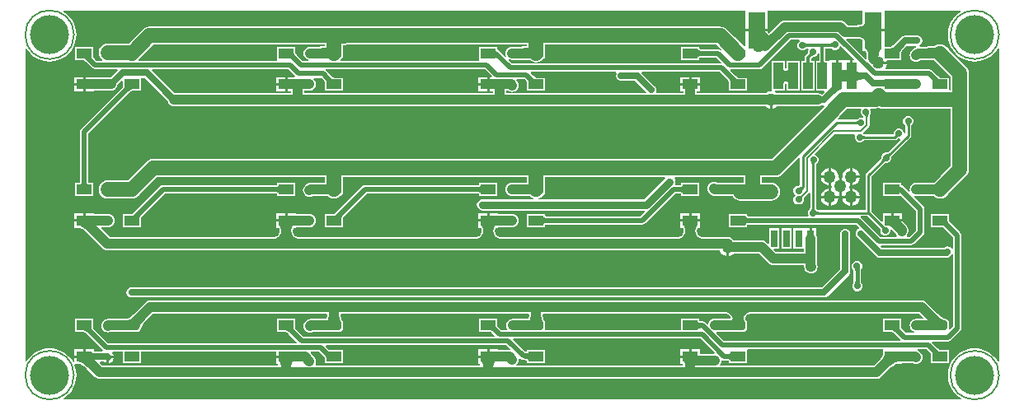
<source format=gbl>
G04*
G04 #@! TF.GenerationSoftware,Altium Limited,Altium Designer,21.4.1 (30)*
G04*
G04 Layer_Physical_Order=2*
G04 Layer_Color=16711680*
%FSLAX25Y25*%
%MOIN*%
G70*
G04*
G04 #@! TF.SameCoordinates,09C99F31-8A2D-4C19-8B9A-7F94627C8F68*
G04*
G04*
G04 #@! TF.FilePolarity,Positive*
G04*
G01*
G75*
%ADD10C,0.00787*%
%ADD17C,0.01181*%
%ADD20R,0.07087X0.14961*%
%ADD21R,0.03937X0.10630*%
%ADD67C,0.00669*%
%ADD69C,0.03937*%
%ADD70C,0.02756*%
%ADD71C,0.01968*%
%ADD72C,0.03150*%
%ADD74C,0.00984*%
%ADD75C,0.01575*%
%ADD79C,0.15748*%
%ADD80C,0.02756*%
%ADD81C,0.05000*%
%ADD82R,0.05906X0.03937*%
G04:AMPARAMS|DCode=83|XSize=59.06mil|YSize=39.37mil|CornerRadius=9.84mil|HoleSize=0mil|Usage=FLASHONLY|Rotation=180.000|XOffset=0mil|YOffset=0mil|HoleType=Round|Shape=RoundedRectangle|*
%AMROUNDEDRECTD83*
21,1,0.05906,0.01968,0,0,180.0*
21,1,0.03937,0.03937,0,0,180.0*
1,1,0.01968,-0.01968,0.00984*
1,1,0.01968,0.01968,0.00984*
1,1,0.01968,0.01968,-0.00984*
1,1,0.01968,-0.01968,-0.00984*
%
%ADD83ROUNDEDRECTD83*%
%ADD84C,0.05906*%
%ADD85R,0.02756X0.06693*%
G36*
X338418Y152063D02*
X338396Y152043D01*
X338146Y151891D01*
X337802Y151750D01*
X337362Y151632D01*
X336828Y151544D01*
X336204Y151489D01*
X335851Y151479D01*
X332602D01*
X331334Y152747D01*
X330783Y153170D01*
X330142Y153436D01*
X329453Y153527D01*
X307161D01*
X306472Y153436D01*
X305831Y153170D01*
X305280Y152747D01*
X300729Y148197D01*
X300260Y148666D01*
Y148947D01*
X291174D01*
Y143091D01*
X290674Y142882D01*
X286888Y146625D01*
X283686Y149827D01*
X282929Y150408D01*
X282048Y150773D01*
X281575Y150835D01*
X281102Y150897D01*
X281102Y150897D01*
X206299D01*
X206299Y150897D01*
X206299Y150897D01*
X50197D01*
X49251Y150773D01*
X48370Y150408D01*
X47614Y149827D01*
X47613Y149827D01*
X43287Y145501D01*
X41885Y144109D01*
X33463D01*
X32518Y143985D01*
X31637Y143620D01*
X30880Y143039D01*
X30299Y142282D01*
X29934Y141401D01*
X29810Y140456D01*
X29934Y139510D01*
X30299Y138629D01*
X30880Y137873D01*
X31210Y137619D01*
X31041Y137119D01*
X28915D01*
X28232Y137802D01*
X27834Y138226D01*
X27551Y138572D01*
X27441Y138725D01*
Y142795D01*
X20197D01*
Y137520D01*
X23365D01*
X23563Y137433D01*
X23795Y137302D01*
X24045Y137132D01*
X24564Y136702D01*
X27024Y134241D01*
X27571Y133876D01*
X28216Y133747D01*
X37229D01*
X37420Y133285D01*
X34354Y130220D01*
X27772D01*
Y130528D01*
X24319D01*
Y127559D01*
Y124591D01*
X27772D01*
Y124899D01*
X34646D01*
X35334Y124989D01*
X35976Y125255D01*
X36527Y125678D01*
X36950Y126229D01*
X37216Y126871D01*
X37262Y127224D01*
X39026Y128988D01*
X39488Y128796D01*
Y126469D01*
X39348Y126272D01*
X38794Y125627D01*
X22627Y109460D01*
X22261Y108913D01*
X22133Y108268D01*
Y88513D01*
X22118Y88342D01*
X22079Y88106D01*
X22029Y87923D01*
X21978Y87797D01*
X21934Y87725D01*
X21907Y87696D01*
X21897Y87690D01*
X21886Y87686D01*
X21804Y87677D01*
X20197D01*
Y82402D01*
X27441D01*
Y87677D01*
X25834D01*
X25752Y87686D01*
X25741Y87690D01*
X25731Y87696D01*
X25704Y87725D01*
X25660Y87797D01*
X25608Y87923D01*
X25559Y88106D01*
X25520Y88342D01*
X25505Y88513D01*
Y107569D01*
X42093Y124157D01*
X42293Y124334D01*
X42585Y124563D01*
X42848Y124743D01*
X43080Y124875D01*
X43186Y124921D01*
X46732D01*
Y130196D01*
X48348D01*
X57620Y120924D01*
X57666Y120571D01*
X57932Y119930D01*
X58355Y119378D01*
X58906Y118956D01*
X59548Y118690D01*
X60236Y118599D01*
X299371D01*
X299473Y118497D01*
X300272Y118036D01*
X301122Y117808D01*
Y121297D01*
X302122D01*
Y117808D01*
X302973Y118036D01*
X303771Y118497D01*
X303874Y118599D01*
X320472D01*
X321161Y118690D01*
X321803Y118956D01*
X322085Y119173D01*
X322835D01*
X322957Y119197D01*
X323204Y118736D01*
X301822Y97354D01*
X124016D01*
X124016Y97354D01*
X124016Y97354D01*
X51772D01*
X51772Y97354D01*
X51299Y97292D01*
X50826Y97230D01*
X49945Y96865D01*
X49188Y96284D01*
X49188Y96284D01*
X43287Y90382D01*
X41584Y88693D01*
X33448D01*
X32503Y88568D01*
X31622Y88203D01*
X30865Y87623D01*
X30865Y87623D01*
X30827Y87584D01*
X30246Y86828D01*
X29881Y85947D01*
X29757Y85001D01*
X29881Y84056D01*
X30246Y83174D01*
X30827Y82418D01*
X31583Y81837D01*
X32464Y81472D01*
X33410Y81348D01*
X33701Y81386D01*
X43110D01*
X43110Y81386D01*
X43583Y81448D01*
X44056Y81511D01*
X44937Y81875D01*
X45693Y82456D01*
X45757Y82520D01*
X46271Y82863D01*
X46522Y83239D01*
X49181Y85944D01*
X53285Y90048D01*
X121150D01*
Y87780D01*
X117171Y87700D01*
X115354D01*
X114666Y87609D01*
X114024Y87344D01*
X113473Y86921D01*
X113079Y86527D01*
X112656Y85976D01*
X112391Y85334D01*
X112300Y84646D01*
X112391Y83957D01*
X112656Y83315D01*
X113079Y82764D01*
X113630Y82342D01*
X114272Y82076D01*
X114961Y81985D01*
X115649Y82076D01*
X116291Y82342D01*
X116340Y82379D01*
X117803D01*
X121677Y82345D01*
X122386Y82313D01*
X122410Y82310D01*
X122977Y81875D01*
X123858Y81511D01*
X124803Y81386D01*
X125749Y81511D01*
X126630Y81875D01*
X127386Y82456D01*
X127420Y82499D01*
X127964Y82863D01*
X128329Y83410D01*
X128458Y84055D01*
Y86024D01*
X128456Y86029D01*
Y90048D01*
X202843D01*
Y87780D01*
X198864Y87700D01*
X196850D01*
X196162Y87609D01*
X195520Y87344D01*
X194969Y86921D01*
X194546Y86370D01*
X194281Y85728D01*
X194190Y85039D01*
X194281Y84351D01*
X194546Y83709D01*
X194969Y83158D01*
X195520Y82735D01*
X196162Y82469D01*
X196850Y82379D01*
X199496D01*
X203370Y82345D01*
X204079Y82313D01*
X204103Y82310D01*
X204669Y81875D01*
X205551Y81511D01*
X205462Y81028D01*
X185534D01*
X184922Y81150D01*
X184046Y80976D01*
X183304Y80480D01*
X182808Y79738D01*
X182634Y78862D01*
X182808Y77986D01*
X183304Y77244D01*
X183426Y77122D01*
X183426Y77122D01*
X184168Y76626D01*
X185044Y76452D01*
X185044Y76452D01*
X250421D01*
X250612Y75990D01*
X248749Y74127D01*
X210951D01*
X210782Y74142D01*
X210545Y74181D01*
X210362Y74229D01*
X210235Y74281D01*
X210163Y74324D01*
X210135Y74350D01*
X210129Y74358D01*
X210126Y74366D01*
X210118Y74444D01*
Y75079D01*
X209442D01*
X209437Y75080D01*
X209431Y75079D01*
X202874D01*
Y69803D01*
X209431D01*
X209437Y69802D01*
X209442Y69803D01*
X210118D01*
Y70438D01*
X210126Y70516D01*
X210129Y70524D01*
X210135Y70532D01*
X210163Y70558D01*
X210235Y70601D01*
X210362Y70653D01*
X210545Y70701D01*
X210782Y70740D01*
X210951Y70755D01*
X249447D01*
X250093Y70883D01*
X250640Y71249D01*
X262744Y83353D01*
X264442D01*
X264612Y83339D01*
X264849Y83300D01*
X265032Y83251D01*
X265159Y83200D01*
X265231Y83156D01*
X265259Y83130D01*
X265264Y83122D01*
X265267Y83114D01*
X265276Y83036D01*
Y82402D01*
X265951D01*
X265957Y82401D01*
X265963Y82402D01*
X272520D01*
Y87677D01*
X265963D01*
X265957Y87678D01*
X265951Y87677D01*
X265276D01*
Y87042D01*
X265267Y86964D01*
X265264Y86956D01*
X265259Y86949D01*
X265231Y86923D01*
X265159Y86879D01*
X265032Y86828D01*
X264849Y86779D01*
X264612Y86740D01*
X264442Y86725D01*
X262881D01*
X262646Y87166D01*
X262744Y87313D01*
X262918Y88189D01*
X262744Y89065D01*
X262421Y89547D01*
X262688Y90048D01*
X290441D01*
Y87746D01*
X289136D01*
X288860Y87710D01*
X286221D01*
X286172Y87700D01*
X279725D01*
X279677Y87737D01*
X279035Y88003D01*
X278346Y88094D01*
X277658Y88003D01*
X277016Y87737D01*
X276465Y87314D01*
X276042Y86763D01*
X275777Y86122D01*
X275686Y85433D01*
X275777Y84745D01*
X276042Y84103D01*
X276465Y83552D01*
X276859Y83158D01*
X277410Y82735D01*
X278052Y82469D01*
X278740Y82379D01*
X285925D01*
X285972Y82266D01*
X286553Y81509D01*
X287309Y80929D01*
X288190Y80564D01*
X289136Y80439D01*
X301622D01*
X302568Y80564D01*
X303449Y80929D01*
X304206Y81509D01*
X304786Y82266D01*
X305151Y83147D01*
X305276Y84093D01*
X305151Y85038D01*
X304786Y85919D01*
X304206Y86676D01*
X303449Y87256D01*
X302568Y87621D01*
X301622Y87746D01*
X297748D01*
Y90048D01*
X303335D01*
X303335Y90048D01*
X303808Y90110D01*
X304281Y90172D01*
X305162Y90537D01*
X305918Y91118D01*
X312714Y97913D01*
X313214Y97706D01*
Y86688D01*
X313168Y86657D01*
X313111Y86625D01*
X313054Y86599D01*
X312995Y86579D01*
X312932Y86563D01*
X312866Y86552D01*
X312795Y86546D01*
X312692Y86546D01*
X312631Y86534D01*
X312239D01*
X311487Y86222D01*
X310911Y85646D01*
X310599Y84894D01*
Y84079D01*
X310911Y83327D01*
X311196Y83041D01*
X311458Y82715D01*
X311196Y82388D01*
X310911Y82103D01*
X310599Y81350D01*
Y80536D01*
X310911Y79783D01*
X311487Y79207D01*
X312239Y78896D01*
X313053D01*
X313806Y79207D01*
X314382Y79783D01*
X314693Y80536D01*
Y80885D01*
X314706Y80945D01*
X314709Y81081D01*
X314717Y81187D01*
X314731Y81283D01*
X314749Y81367D01*
X314771Y81442D01*
X314796Y81507D01*
X314824Y81564D01*
X314855Y81614D01*
X314870Y81634D01*
X316818Y83582D01*
X316820Y83585D01*
X317320Y83433D01*
Y77426D01*
X317318Y77408D01*
X317304Y77336D01*
X317286Y77268D01*
X317263Y77203D01*
X317235Y77140D01*
X317201Y77078D01*
X317161Y77017D01*
X317114Y76955D01*
X317043Y76876D01*
X317020Y76836D01*
X316816Y76632D01*
X316504Y75880D01*
Y75065D01*
X316686Y74627D01*
X316352Y74127D01*
X292644D01*
X292475Y74142D01*
X292238Y74181D01*
X292055Y74229D01*
X291928Y74281D01*
X291856Y74324D01*
X291828Y74350D01*
X291822Y74358D01*
X291819Y74366D01*
X291811Y74444D01*
Y75079D01*
X291135D01*
X291130Y75080D01*
X291124Y75079D01*
X284567D01*
Y69803D01*
X291124D01*
X291130Y69802D01*
X291135Y69803D01*
X291811D01*
Y70438D01*
X291819Y70516D01*
X291822Y70524D01*
X291828Y70532D01*
X291856Y70558D01*
X291928Y70601D01*
X292055Y70653D01*
X292238Y70701D01*
X292475Y70740D01*
X292644Y70755D01*
X336075D01*
X337160Y69670D01*
X337163Y69415D01*
X337020Y69103D01*
X336965Y69092D01*
X336794Y68978D01*
X336604Y68899D01*
X336459Y68754D01*
X336288Y68639D01*
X336174Y68468D01*
X336028Y68323D01*
X335949Y68133D01*
X335835Y67962D01*
X335795Y67761D01*
X335717Y67571D01*
Y67365D01*
X335676Y67163D01*
X335717Y66962D01*
Y66756D01*
X335795Y66566D01*
X335835Y66365D01*
X335949Y66194D01*
X336028Y66004D01*
X336174Y65858D01*
X336288Y65687D01*
X344002Y57973D01*
X344680Y57520D01*
X345478Y57362D01*
X372441D01*
X373240Y57520D01*
X373917Y57973D01*
X374311Y58367D01*
X374425Y58538D01*
X374570Y58683D01*
X374586Y58720D01*
X375086Y58621D01*
Y29438D01*
X373913Y28265D01*
X373452Y28512D01*
X373536Y28937D01*
Y30906D01*
X373408Y31551D01*
X373042Y32098D01*
X372638Y32368D01*
X372637Y32369D01*
X372636Y32369D01*
X372629Y32374D01*
X372626Y32377D01*
X372622Y32379D01*
X372496Y32463D01*
X372398Y32483D01*
X372397Y32483D01*
X372056Y32569D01*
X371726Y32686D01*
X371375Y32844D01*
X371003Y33044D01*
X370611Y33288D01*
X370212Y33567D01*
X368857Y34709D01*
X368844Y34722D01*
X364283Y39283D01*
X363732Y39706D01*
X363090Y39972D01*
X362402Y40062D01*
X50591D01*
X49902Y39972D01*
X49260Y39706D01*
X48709Y39283D01*
X44148Y34722D01*
X44126Y34700D01*
X43670Y34286D01*
X42786Y33571D01*
X42381Y33288D01*
X41989Y33044D01*
X41617Y32844D01*
X41266Y32686D01*
X40972Y32582D01*
X33530D01*
X32842Y32491D01*
X32200Y32225D01*
X31649Y31803D01*
X31568Y31722D01*
X31146Y31171D01*
X30880Y30529D01*
X30789Y29841D01*
X30880Y29152D01*
X31146Y28510D01*
X31568Y27959D01*
X32119Y27536D01*
X32761Y27271D01*
X33450Y27180D01*
X34062Y27261D01*
X41093D01*
X41142Y27251D01*
X45079D01*
X45724Y27379D01*
X46271Y27745D01*
X46541Y28150D01*
X46542Y28150D01*
X46543Y28151D01*
X46570Y28193D01*
X46574Y28196D01*
X46575Y28200D01*
X46636Y28292D01*
X46656Y28390D01*
X46656Y28390D01*
X46742Y28732D01*
X46859Y29061D01*
X47017Y29412D01*
X47217Y29784D01*
X47461Y30176D01*
X47740Y30575D01*
X48882Y31931D01*
X48895Y31944D01*
X51693Y34741D01*
X121622D01*
X122071Y34241D01*
X122012Y33674D01*
X121937Y33243D01*
X121845Y32845D01*
X121767Y32582D01*
X115435D01*
X114747Y32491D01*
X114105Y32225D01*
X113554Y31803D01*
X113319Y31567D01*
X112896Y31016D01*
X112630Y30375D01*
X112540Y29686D01*
X112630Y28997D01*
X112896Y28356D01*
X113319Y27805D01*
X113870Y27382D01*
X114512Y27116D01*
X115200Y27025D01*
X115889Y27116D01*
X116238Y27261D01*
X122786D01*
X122835Y27251D01*
X126772D01*
X127417Y27379D01*
X127964Y27745D01*
X128329Y28292D01*
X128458Y28937D01*
Y30906D01*
X128363Y31382D01*
X128363Y31383D01*
X128362Y31384D01*
X128329Y31551D01*
X128274Y31633D01*
X128274Y31634D01*
X128116Y31899D01*
X127986Y32172D01*
X127868Y32488D01*
X127761Y32845D01*
X127670Y33243D01*
X127596Y33668D01*
X127536Y34373D01*
X127875Y34741D01*
X203314D01*
X203764Y34241D01*
X203705Y33674D01*
X203629Y33243D01*
X203538Y32845D01*
X203460Y32582D01*
X197073D01*
X196384Y32491D01*
X195742Y32225D01*
X195191Y31803D01*
X195152Y31763D01*
X194729Y31212D01*
X194463Y30571D01*
X194372Y29882D01*
X194463Y29193D01*
X194729Y28552D01*
X194810Y28446D01*
X194564Y27946D01*
X192549D01*
X191670Y28824D01*
X191328Y29193D01*
X191078Y29504D01*
X190884Y29781D01*
X190827Y29882D01*
Y32559D01*
X183583D01*
Y27283D01*
X188229D01*
X188329Y27226D01*
X188599Y27038D01*
X189190Y26536D01*
X189956Y25770D01*
X189765Y25308D01*
X112509D01*
X109938Y27880D01*
X109554Y28290D01*
X109279Y28627D01*
X109134Y28831D01*
Y32559D01*
X101890D01*
Y27283D01*
X105436D01*
X105542Y27237D01*
X105774Y27106D01*
X106029Y26931D01*
X106566Y26483D01*
X109917Y23132D01*
X109725Y22670D01*
X33454D01*
X28245Y27880D01*
X27861Y28290D01*
X27586Y28627D01*
X27441Y28831D01*
Y32559D01*
X20197D01*
Y27283D01*
X23743D01*
X23849Y27237D01*
X24081Y27106D01*
X24336Y26931D01*
X24873Y26483D01*
X31446Y19910D01*
X31290Y19444D01*
X31263Y19410D01*
X28606D01*
X28166Y19433D01*
X27848Y19469D01*
X27772Y19482D01*
Y20291D01*
X24319D01*
Y17655D01*
X25210Y18248D01*
Y18716D01*
X25252Y18713D01*
X25849Y18706D01*
X25898Y18706D01*
X26760Y19279D01*
X26787Y19169D01*
X26870Y19071D01*
X27008Y18984D01*
X27201Y18909D01*
X27449Y18845D01*
X27752Y18793D01*
X28110Y18753D01*
X28992Y18707D01*
X29516Y18701D01*
Y15945D01*
X28992Y15939D01*
X28210Y15884D01*
X28541Y15469D01*
X29544Y14382D01*
X25775Y12583D01*
X25225Y13111D01*
X24165Y14002D01*
X23656Y14364D01*
X23159Y14670D01*
X22676Y14921D01*
X22207Y15116D01*
X21750Y15255D01*
X21307Y15338D01*
X20878Y15366D01*
X23067Y16823D01*
X19866D01*
Y15201D01*
X19366Y15060D01*
X18645Y16238D01*
X17536Y17536D01*
X16238Y18645D01*
X14782Y19537D01*
X13205Y20190D01*
X11545Y20589D01*
X9843Y20722D01*
X8140Y20589D01*
X6480Y20190D01*
X4903Y19537D01*
X3447Y18645D01*
X2149Y17536D01*
X1040Y16238D01*
X500Y15356D01*
X0Y15497D01*
Y141984D01*
X500Y142125D01*
X1040Y141243D01*
X2149Y139945D01*
X3447Y138836D01*
X4903Y137944D01*
X6480Y137290D01*
X8140Y136892D01*
X9843Y136758D01*
X11545Y136892D01*
X13205Y137290D01*
X14782Y137944D01*
X16238Y138836D01*
X17536Y139945D01*
X18645Y141243D01*
X19537Y142698D01*
X20190Y144276D01*
X20589Y145936D01*
X20722Y147638D01*
X20589Y149340D01*
X20190Y151000D01*
X19537Y152577D01*
X18645Y154033D01*
X17536Y155331D01*
X16238Y156440D01*
X15356Y156980D01*
X15497Y157480D01*
X291174D01*
Y149947D01*
X300260D01*
Y157480D01*
X338418D01*
Y152063D01*
D02*
G37*
G36*
X339442Y144882D02*
X339402Y145256D01*
X339284Y145591D01*
X339086Y145886D01*
X338810Y146142D01*
X338454Y146358D01*
X338020Y146535D01*
X337507Y146673D01*
X336914Y146772D01*
X336243Y146831D01*
X335493Y146850D01*
Y150787D01*
X336243Y150807D01*
X336914Y150866D01*
X337507Y150965D01*
X338020Y151102D01*
X338454Y151279D01*
X338810Y151496D01*
X339086Y151752D01*
X339284Y152047D01*
X339402Y152382D01*
X339442Y152756D01*
Y144882D01*
D02*
G37*
G36*
X133507Y144291D02*
X130431Y144227D01*
X128900Y144114D01*
X128290Y144036D01*
X127785Y143944D01*
X127383Y143837D01*
X127085Y143716D01*
X126891Y143581D01*
X126378Y147244D01*
Y150197D01*
X133507Y144291D01*
D02*
G37*
G36*
X326415Y142550D02*
X326334Y142615D01*
X326247Y142673D01*
X326152Y142725D01*
X326051Y142769D01*
X325944Y142807D01*
X325830Y142838D01*
X325709Y142862D01*
X325582Y142879D01*
X325448Y142889D01*
X325307Y142893D01*
X325213Y144074D01*
X325354Y144078D01*
X325487Y144090D01*
X325612Y144110D01*
X325730Y144138D01*
X325840Y144174D01*
X325943Y144218D01*
X326038Y144270D01*
X326125Y144330D01*
X326204Y144398D01*
X326276Y144474D01*
X326415Y142550D01*
D02*
G37*
G36*
X315119Y144321D02*
X315208Y144266D01*
X315304Y144218D01*
X315406Y144177D01*
X315515Y144141D01*
X315630Y144113D01*
X315751Y144090D01*
X315879Y144074D01*
X316013Y144065D01*
X316153Y144061D01*
X316310Y142880D01*
X316169Y142876D01*
X316036Y142864D01*
X315911Y142843D01*
X315794Y142814D01*
X315686Y142777D01*
X315585Y142731D01*
X315493Y142677D01*
X315409Y142615D01*
X315333Y142545D01*
X315265Y142466D01*
X315036Y144382D01*
X315119Y144321D01*
D02*
G37*
G36*
X355480Y143098D02*
X354890Y142489D01*
X353974Y141416D01*
X353647Y140953D01*
X353408Y140539D01*
X353257Y140174D01*
X353194Y139857D01*
X353219Y139590D01*
X353331Y139371D01*
X353531Y139201D01*
X348650Y142114D01*
X348908Y142002D01*
X349196Y141959D01*
X349513Y141983D01*
X349859Y142076D01*
X350234Y142237D01*
X350639Y142466D01*
X351072Y142763D01*
X351535Y143128D01*
X352026Y143561D01*
X352547Y144063D01*
X355480Y143098D01*
D02*
G37*
G36*
X335093Y137720D02*
X334901Y137258D01*
X334603D01*
Y130943D01*
X333603D01*
Y137258D01*
X328697D01*
Y130943D01*
X327697D01*
Y137258D01*
X325229D01*
Y137258D01*
X324929Y136927D01*
X323613D01*
X323603Y136962D01*
X323583Y137083D01*
X323576Y137165D01*
Y142199D01*
X325520D01*
X325597Y142188D01*
X325674Y142173D01*
X325741Y142155D01*
X325800Y142134D01*
X325850Y142112D01*
X325893Y142088D01*
X325931Y142064D01*
X325988Y142018D01*
X326007Y142008D01*
X326167Y141847D01*
X326920Y141535D01*
X327734D01*
X328487Y141847D01*
X329063Y142423D01*
X329244Y142861D01*
X329834Y142979D01*
X335093Y137720D01*
D02*
G37*
G36*
X281350Y141830D02*
X281031Y141441D01*
X280622Y141715D01*
X279977Y141843D01*
X273353D01*
X273183Y141858D01*
X272946Y141897D01*
X272763Y141946D01*
X272637Y141997D01*
X272564Y142041D01*
X272536Y142067D01*
X272531Y142075D01*
X272528Y142082D01*
X272520Y142161D01*
Y142795D01*
X271844D01*
X271838Y142796D01*
X271833Y142795D01*
X265276D01*
Y137520D01*
X271833D01*
X271838Y137519D01*
X271844Y137520D01*
X272520D01*
Y138154D01*
X272528Y138233D01*
X272531Y138241D01*
X272536Y138248D01*
X272564Y138274D01*
X272637Y138318D01*
X272763Y138369D01*
X272946Y138418D01*
X273183Y138457D01*
X273353Y138472D01*
X279278D01*
X281312Y136438D01*
X281105Y135938D01*
X196761D01*
X195252Y137447D01*
X195520Y137853D01*
X196162Y137588D01*
X196850Y137497D01*
X199497D01*
X203370Y137463D01*
X204079Y137431D01*
X204103Y137428D01*
X204669Y136994D01*
X205551Y136629D01*
X206496Y136504D01*
X207442Y136629D01*
X208323Y136994D01*
X209079Y137574D01*
X209113Y137618D01*
X209657Y137981D01*
X210022Y138528D01*
X210151Y139173D01*
Y141142D01*
X210149Y141147D01*
Y143591D01*
X279589D01*
X281350Y141830D01*
D02*
G37*
G36*
X290537Y142058D02*
X285305Y138794D01*
X285260Y138853D01*
X285131Y138993D01*
X281111Y143060D01*
X284127Y148396D01*
X290537Y142058D01*
D02*
G37*
G36*
X50188Y143060D02*
X45995Y138794D01*
X40762Y142058D01*
X40843Y142124D01*
X41048Y142317D01*
X47172Y148396D01*
X50188Y143060D01*
D02*
G37*
G36*
X318645Y139299D02*
X318543Y139284D01*
X318441Y139259D01*
X318339Y139226D01*
X318237Y139184D01*
X318135Y139132D01*
X318033Y139072D01*
X317932Y139002D01*
X317830Y138923D01*
X317728Y138835D01*
X317627Y138738D01*
X316687Y139469D01*
X316784Y139571D01*
X316869Y139674D01*
X316943Y139777D01*
X317005Y139880D01*
X317056Y139983D01*
X317095Y140087D01*
X317123Y140190D01*
X317139Y140294D01*
X317143Y140397D01*
X317136Y140501D01*
X318645Y139299D01*
D02*
G37*
G36*
X202843Y142898D02*
X198864Y142818D01*
X196850D01*
X196162Y142727D01*
X195520Y142462D01*
X194969Y142039D01*
X194546Y141488D01*
X194281Y140846D01*
X194190Y140157D01*
X194281Y139469D01*
X194546Y138827D01*
X194140Y138559D01*
X191350Y141350D01*
X190827Y141699D01*
Y142795D01*
X183583D01*
Y137520D01*
X183343Y137119D01*
X127541D01*
X127493Y137261D01*
X127420Y137618D01*
X127964Y137981D01*
X128329Y138528D01*
X128458Y139173D01*
Y141142D01*
X128456Y141147D01*
Y143369D01*
X128969Y143435D01*
X130463Y143546D01*
X132640Y143591D01*
X202843D01*
Y142898D01*
D02*
G37*
G36*
X271858Y141929D02*
X271917Y141764D01*
X272016Y141618D01*
X272153Y141492D01*
X272330Y141385D01*
X272547Y141297D01*
X272803Y141229D01*
X273098Y141181D01*
X273433Y141151D01*
X273807Y141142D01*
Y139173D01*
X273433Y139163D01*
X273098Y139134D01*
X272803Y139086D01*
X272547Y139018D01*
X272330Y138930D01*
X272153Y138823D01*
X272016Y138697D01*
X271917Y138551D01*
X271858Y138386D01*
X271838Y138201D01*
Y142114D01*
X271858Y141929D01*
D02*
G37*
G36*
X346195Y141940D02*
X345930Y141825D01*
X345695Y141633D01*
X345492Y141365D01*
X345320Y141019D01*
X345180Y140597D01*
X345070Y140098D01*
X344992Y139523D01*
X344945Y138870D01*
X344930Y138141D01*
X340992D01*
X340977Y138870D01*
X340852Y140098D01*
X340742Y140597D01*
X340602Y141019D01*
X340430Y141365D01*
X340227Y141633D01*
X339992Y141825D01*
X339727Y141940D01*
X339430Y141979D01*
X346492D01*
X346195Y141940D01*
D02*
G37*
G36*
X204409Y138068D02*
X204328Y138091D01*
X204130Y138112D01*
X203388Y138145D01*
X198390Y138189D01*
Y142126D01*
X204409Y142247D01*
Y138068D01*
D02*
G37*
G36*
X122716D02*
X122635Y138091D01*
X122437Y138112D01*
X121695Y138145D01*
X116697Y138189D01*
Y142126D01*
X122716Y142247D01*
Y138068D01*
D02*
G37*
G36*
X336204Y146149D02*
X336828Y146094D01*
X337362Y146005D01*
X337802Y145887D01*
X338146Y145747D01*
X338397Y145595D01*
X338418Y145575D01*
Y140967D01*
X339866D01*
X339969Y140758D01*
X340084Y140416D01*
X340177Y139990D01*
X340295Y138828D01*
X340300Y138584D01*
Y138141D01*
X340324Y137964D01*
X339850Y137731D01*
X331923Y145658D01*
X332130Y146158D01*
X335851D01*
X336204Y146149D01*
D02*
G37*
G36*
X121150Y142898D02*
X117171Y142818D01*
X115205D01*
X114516Y142727D01*
X113874Y142462D01*
X113323Y142039D01*
X112900Y141488D01*
X112635Y140846D01*
X112544Y140157D01*
X112635Y139469D01*
X112900Y138827D01*
X113323Y138276D01*
X113874Y137853D01*
X114516Y137588D01*
X114404Y137119D01*
X112275D01*
X109862Y139532D01*
X109669Y139749D01*
X109424Y140057D01*
X109235Y140330D01*
X109134Y140506D01*
Y142795D01*
X101890D01*
Y137520D01*
X101650Y137119D01*
X45848D01*
X45774Y137337D01*
X45738Y137619D01*
X45757Y137638D01*
X46271Y137981D01*
X46522Y138357D01*
X49181Y141062D01*
X51710Y143591D01*
X121150D01*
Y142898D01*
D02*
G37*
G36*
X108346Y141173D02*
X108304Y140980D01*
X108314Y140763D01*
X108377Y140522D01*
X108491Y140255D01*
X108657Y139965D01*
X108876Y139649D01*
X109147Y139310D01*
X109469Y138945D01*
X109845Y138557D01*
X108808Y136809D01*
X108388Y137216D01*
X107641Y137852D01*
X107315Y138081D01*
X107021Y138251D01*
X106758Y138362D01*
X106528Y138414D01*
X106328Y138406D01*
X106160Y138339D01*
X106024Y138213D01*
X108441Y141341D01*
X108346Y141173D01*
D02*
G37*
G36*
X26579Y139581D02*
X26479Y139446D01*
X26447Y139270D01*
X26484Y139054D01*
X26590Y138796D01*
X26765Y138497D01*
X27009Y138157D01*
X27321Y137776D01*
X28152Y136890D01*
X25449Y136809D01*
X25103Y137141D01*
X24456Y137678D01*
X24155Y137882D01*
X23869Y138044D01*
X23598Y138163D01*
X23342Y138239D01*
X23101Y138273D01*
X22875Y138264D01*
X22665Y138213D01*
X26748Y139674D01*
X26579Y139581D01*
D02*
G37*
G36*
X322888Y137200D02*
X322906Y136997D01*
X322935Y136819D01*
X322977Y136663D01*
X323030Y136532D01*
X323095Y136425D01*
X323172Y136341D01*
X323260Y136282D01*
X323361Y136246D01*
X323473Y136234D01*
X321111D01*
X321223Y136246D01*
X321323Y136282D01*
X321412Y136341D01*
X321488Y136425D01*
X321553Y136532D01*
X321607Y136663D01*
X321648Y136819D01*
X321677Y136997D01*
X321695Y137200D01*
X321701Y137427D01*
X322882D01*
X322888Y137200D01*
D02*
G37*
G36*
X316983D02*
X317000Y136997D01*
X317030Y136819D01*
X317071Y136663D01*
X317124Y136532D01*
X317189Y136425D01*
X317266Y136341D01*
X317355Y136282D01*
X317455Y136246D01*
X317567Y136234D01*
X315205D01*
X315317Y136246D01*
X315418Y136282D01*
X315506Y136341D01*
X315583Y136425D01*
X315648Y136532D01*
X315701Y136663D01*
X315742Y136819D01*
X315772Y136997D01*
X315790Y137200D01*
X315796Y137427D01*
X316977D01*
X316983Y137200D01*
D02*
G37*
G36*
X308536Y132582D02*
X308543Y132581D01*
X309081Y132534D01*
X309681Y132518D01*
Y129368D01*
X309081Y129352D01*
X308543Y129305D01*
X308536Y129304D01*
Y127793D01*
X308505Y128093D01*
X308410Y128360D01*
X308252Y128596D01*
X308030Y128801D01*
X307746Y128974D01*
X307528Y129063D01*
X307310Y128974D01*
X307026Y128801D01*
X306804Y128596D01*
X306646Y128360D01*
X306551Y128093D01*
X306520Y127793D01*
Y129304D01*
X306513Y129305D01*
X305975Y129352D01*
X305375Y129368D01*
Y132518D01*
X305975Y132534D01*
X306513Y132581D01*
X306520Y132582D01*
Y134093D01*
X306551Y133793D01*
X306646Y133526D01*
X306804Y133289D01*
X307026Y133085D01*
X307310Y132912D01*
X307528Y132823D01*
X307746Y132912D01*
X308030Y133085D01*
X308252Y133289D01*
X308410Y133526D01*
X308505Y133793D01*
X308536Y134093D01*
Y132582D01*
D02*
G37*
G36*
X332158Y132354D02*
X332384Y132335D01*
X332910Y132321D01*
Y129565D01*
X332384Y129551D01*
X332158Y129531D01*
Y128187D01*
X332131Y128449D01*
X332048Y128683D01*
X331909Y128890D01*
X331715Y129069D01*
X331466Y129220D01*
X331162Y129344D01*
X331150Y129348D01*
X331138Y129344D01*
X330834Y129220D01*
X330585Y129069D01*
X330391Y128890D01*
X330252Y128683D01*
X330169Y128449D01*
X330142Y128187D01*
Y129531D01*
X329916Y129551D01*
X329390Y129565D01*
Y132321D01*
X329916Y132335D01*
X330142Y132354D01*
Y133699D01*
X330169Y133437D01*
X330252Y133203D01*
X330391Y132996D01*
X330585Y132817D01*
X330834Y132665D01*
X331138Y132541D01*
X331150Y132538D01*
X331162Y132541D01*
X331466Y132665D01*
X331715Y132817D01*
X331909Y132996D01*
X332048Y133203D01*
X332131Y133437D01*
X332158Y133699D01*
Y132354D01*
D02*
G37*
G36*
X367795Y138420D02*
X372766Y141521D01*
X372811Y141462D01*
X372940Y141322D01*
X376960Y137255D01*
X373944Y131919D01*
X367701Y138093D01*
X367516Y138112D01*
X366774Y138145D01*
X361775Y138189D01*
Y142126D01*
X367795Y142247D01*
Y138420D01*
D02*
G37*
G36*
X336075Y133437D02*
X336158Y133203D01*
X336296Y132996D01*
X336490Y132817D01*
X336739Y132665D01*
X337044Y132541D01*
X337403Y132445D01*
X337819Y132376D01*
X338289Y132335D01*
X338815Y132321D01*
Y129565D01*
X338289Y129551D01*
X337819Y129510D01*
X337403Y129441D01*
X337044Y129344D01*
X336739Y129220D01*
X336490Y129069D01*
X336296Y128890D01*
X336158Y128683D01*
X336075Y128449D01*
X336047Y128187D01*
Y133699D01*
X336075Y133437D01*
D02*
G37*
G36*
X368285Y130562D02*
X368950Y130009D01*
X369255Y129801D01*
X369542Y129639D01*
X369812Y129522D01*
X370063Y129452D01*
X370297Y129427D01*
X370512Y129448D01*
X370709Y129516D01*
X366941Y127716D01*
X367097Y127825D01*
X367187Y127971D01*
X367212Y128155D01*
X367171Y128377D01*
X367064Y128637D01*
X366892Y128934D01*
X366655Y129269D01*
X366352Y129642D01*
X365549Y130500D01*
X367925Y130907D01*
X368285Y130562D01*
D02*
G37*
G36*
X286592D02*
X287257Y130009D01*
X287562Y129801D01*
X287849Y129639D01*
X288119Y129522D01*
X288370Y129452D01*
X288603Y129427D01*
X288819Y129448D01*
X289016Y129516D01*
X285248Y127716D01*
X285404Y127825D01*
X285494Y127971D01*
X285519Y128155D01*
X285478Y128377D01*
X285371Y128637D01*
X285199Y128934D01*
X284962Y129269D01*
X284659Y129642D01*
X283856Y130500D01*
X286232Y130907D01*
X286592Y130562D01*
D02*
G37*
G36*
X204899D02*
X205564Y130009D01*
X205869Y129801D01*
X206156Y129639D01*
X206426Y129522D01*
X206677Y129452D01*
X206911Y129427D01*
X207126Y129448D01*
X207323Y129516D01*
X203555Y127716D01*
X203711Y127825D01*
X203801Y127971D01*
X203826Y128155D01*
X203785Y128377D01*
X203678Y128637D01*
X203506Y128934D01*
X203269Y129269D01*
X202966Y129642D01*
X202163Y130500D01*
X204540Y130907D01*
X204899Y130562D01*
D02*
G37*
G36*
X123206D02*
X123871Y130009D01*
X124176Y129801D01*
X124463Y129639D01*
X124733Y129522D01*
X124984Y129452D01*
X125218Y129427D01*
X125433Y129448D01*
X125630Y129516D01*
X121862Y127716D01*
X122018Y127825D01*
X122108Y127971D01*
X122133Y128155D01*
X122092Y128377D01*
X121985Y128637D01*
X121813Y128934D01*
X121576Y129269D01*
X121273Y129642D01*
X120470Y130500D01*
X122847Y130907D01*
X123206Y130562D01*
D02*
G37*
G36*
X39398Y130363D02*
X36614Y127558D01*
X34644Y129528D01*
X34676Y129555D01*
X35103Y129973D01*
X37449Y132311D01*
X39398Y130363D01*
D02*
G37*
G36*
X43938Y125615D02*
X43742Y125681D01*
X43527Y125701D01*
X43294Y125675D01*
X43043Y125603D01*
X42774Y125486D01*
X42487Y125323D01*
X42181Y125113D01*
X41857Y124858D01*
X41514Y124557D01*
X41154Y124211D01*
X38778Y124618D01*
X39213Y125067D01*
X39886Y125851D01*
X40125Y126186D01*
X40298Y126484D01*
X40406Y126743D01*
X40448Y126965D01*
X40424Y127148D01*
X40336Y127294D01*
X40181Y127402D01*
X43938Y125615D01*
D02*
G37*
G36*
X360241Y142688D02*
X359693Y142462D01*
X359142Y142039D01*
X358355Y141251D01*
X357932Y140700D01*
X357666Y140059D01*
X357576Y139370D01*
X357666Y138681D01*
X357932Y138040D01*
X358355Y137489D01*
X358906Y137066D01*
X359548Y136800D01*
X360236Y136709D01*
X360925Y136800D01*
X361566Y137066D01*
X362118Y137489D01*
X362126Y137497D01*
X362883D01*
X366756Y137463D01*
X367396Y137434D01*
X371183Y133690D01*
X374300Y130573D01*
Y125287D01*
X374004Y125068D01*
X373504Y125320D01*
Y130197D01*
X370674D01*
X370673Y130197D01*
X370673Y130197D01*
X369971D01*
X369846Y130251D01*
X369615Y130381D01*
X369361Y130554D01*
X368825Y131000D01*
X366743Y133082D01*
X366196Y133447D01*
X365551Y133576D01*
X347840D01*
X347649Y134038D01*
X347683Y134071D01*
X348143Y134870D01*
X348371Y135721D01*
X344882D01*
Y136721D01*
X348371D01*
X348264Y137123D01*
X348568Y137520D01*
X354213D01*
Y140568D01*
X354223Y140586D01*
X354513Y140997D01*
X355282Y141897D01*
X356573Y143188D01*
X360141D01*
X360241Y142688D01*
D02*
G37*
G36*
X313051Y145058D02*
X313014Y145043D01*
X312438Y144467D01*
X312126Y143714D01*
Y142900D01*
X312438Y142147D01*
X313014Y141571D01*
X313766Y141260D01*
X314580D01*
X315333Y141571D01*
X315866Y142105D01*
X315868Y142106D01*
X315899Y142124D01*
X315938Y142142D01*
X315988Y142159D01*
X316049Y142174D01*
X316122Y142186D01*
X316472D01*
X316709Y141686D01*
X316457Y141077D01*
Y140465D01*
X316456Y140455D01*
X316457Y140436D01*
Y140348D01*
X316454Y140331D01*
X316445Y140296D01*
X316429Y140255D01*
X316406Y140208D01*
X316373Y140153D01*
X316329Y140093D01*
X315478Y139241D01*
X315199Y138824D01*
X315102Y138333D01*
Y137165D01*
X315094Y137083D01*
X315075Y136962D01*
X315065Y136927D01*
X313748D01*
Y124959D01*
X319024D01*
Y136927D01*
X317707D01*
X317698Y136962D01*
X317678Y137083D01*
X317671Y137165D01*
Y137801D01*
X318273Y138403D01*
X318334Y138450D01*
X318401Y138496D01*
X318464Y138534D01*
X318522Y138563D01*
X318576Y138586D01*
X318626Y138602D01*
X318671Y138613D01*
X318735Y138622D01*
X318911D01*
X319664Y138934D01*
X320239Y139510D01*
X320507Y140156D01*
X321007Y140056D01*
Y137165D01*
X321000Y137083D01*
X320980Y136962D01*
X320971Y136927D01*
X319654D01*
Y124959D01*
X322928D01*
X323120Y124497D01*
X322020Y123397D01*
X321803Y123564D01*
X321161Y123830D01*
X320472Y123920D01*
X303949D01*
X303771Y124098D01*
X303147Y124459D01*
X303281Y124959D01*
X307213D01*
Y127630D01*
X307471Y127822D01*
X307678Y127748D01*
X307843Y127630D01*
Y124959D01*
X313119D01*
Y136927D01*
X307843D01*
Y134255D01*
X307585Y134064D01*
X307378Y134138D01*
X307213Y134255D01*
Y136927D01*
X301937D01*
Y125297D01*
X301937Y124959D01*
X301504Y124797D01*
X301162D01*
X300272Y124559D01*
X299473Y124098D01*
X299296Y123920D01*
X271558D01*
Y124591D01*
X272850D01*
Y127059D01*
X268898D01*
X264945D01*
Y124591D01*
X266237D01*
Y123920D01*
X255343D01*
X255148Y124119D01*
X255040Y124420D01*
X255078Y124477D01*
X255118Y124678D01*
X255197Y124868D01*
Y125074D01*
X255237Y125276D01*
X255197Y125477D01*
Y125683D01*
X255118Y125873D01*
X255078Y126074D01*
X254964Y126245D01*
X254885Y126435D01*
X254740Y126581D01*
X254626Y126752D01*
X249273Y132104D01*
X249464Y132566D01*
X280798D01*
X283759Y129605D01*
X284144Y129193D01*
X284418Y128856D01*
X284567Y128646D01*
Y127681D01*
X284567Y127680D01*
X284567Y127679D01*
Y124921D01*
X291811D01*
Y130197D01*
X288981D01*
X288980Y130197D01*
X288980Y130197D01*
X288278D01*
X288153Y130251D01*
X287922Y130381D01*
X287668Y130554D01*
X287132Y131000D01*
X284974Y133159D01*
X285181Y133659D01*
X296762D01*
X297407Y133787D01*
X297954Y134153D01*
X309360Y145558D01*
X312951D01*
X313051Y145058D01*
D02*
G37*
G36*
X238880Y132530D02*
X239131Y132072D01*
X239016Y131901D01*
X238976Y131700D01*
X238898Y131510D01*
Y131304D01*
X238858Y131102D01*
X238898Y130901D01*
Y130695D01*
X238976Y130505D01*
X239016Y130304D01*
X239131Y130133D01*
X239209Y129943D01*
X239355Y129797D01*
X239469Y129626D01*
X239640Y129512D01*
X239785Y129367D01*
X239975Y129288D01*
X240146Y129174D01*
X240348Y129134D01*
X240538Y129055D01*
X240743D01*
X240945Y129015D01*
X246458D01*
X251091Y124382D01*
X250900Y123920D01*
X194393D01*
Y124899D01*
X195472D01*
X195520Y124861D01*
X196162Y124595D01*
X196850Y124505D01*
X197539Y124595D01*
X198181Y124861D01*
X198732Y125284D01*
X199154Y125835D01*
X199420Y126477D01*
X199511Y127165D01*
X199420Y127854D01*
X199154Y128496D01*
X198732Y129047D01*
X198468Y129310D01*
X198652Y129810D01*
X201861D01*
X202066Y129605D01*
X202451Y129193D01*
X202725Y128856D01*
X202874Y128646D01*
Y127681D01*
X202874Y127680D01*
X202874Y127679D01*
Y124921D01*
X210118D01*
Y130197D01*
X207289D01*
X207287Y130197D01*
X207287Y130197D01*
X206585D01*
X206460Y130251D01*
X206229Y130381D01*
X205975Y130554D01*
X205439Y131000D01*
X204335Y132104D01*
X204527Y132566D01*
X238835D01*
X238880Y132530D01*
D02*
G37*
G36*
X188650Y130990D02*
X188458Y130528D01*
X187705D01*
Y127559D01*
Y124591D01*
X189072D01*
Y123920D01*
X112897D01*
Y124899D01*
X114961D01*
X115649Y124989D01*
X116291Y125255D01*
X116842Y125678D01*
X117265Y126229D01*
X117531Y126871D01*
X117621Y127559D01*
X117531Y128248D01*
X117265Y128889D01*
X116842Y129440D01*
X116499Y129704D01*
X116668Y130204D01*
X119774D01*
X120373Y129605D01*
X120758Y129193D01*
X121032Y128856D01*
X121181Y128646D01*
Y127681D01*
X121181Y127680D01*
X121181Y127679D01*
Y124921D01*
X128425D01*
Y130197D01*
X125596D01*
X125594Y130197D01*
X125594Y130197D01*
X124892D01*
X124767Y130251D01*
X124536Y130381D01*
X124282Y130554D01*
X123746Y131000D01*
X121665Y133082D01*
X121417Y133247D01*
X121569Y133747D01*
X185892D01*
X188650Y130990D01*
D02*
G37*
G36*
X109108Y131028D02*
X108901Y130528D01*
X106012D01*
Y127559D01*
Y124591D01*
X107576D01*
Y123920D01*
X60528D01*
X51163Y133285D01*
X51354Y133747D01*
X106388D01*
X109108Y131028D01*
D02*
G37*
G36*
X330154Y125640D02*
X329946Y125620D01*
X329719Y125562D01*
X329473Y125465D01*
X329208Y125328D01*
X328924Y125153D01*
X328620Y124938D01*
X327956Y124393D01*
X327595Y124062D01*
X327215Y123691D01*
X324292Y124666D01*
X324863Y125256D01*
X325754Y126304D01*
X326075Y126760D01*
X326311Y127172D01*
X326464Y127540D01*
X326534Y127863D01*
X326520Y128141D01*
X326422Y128374D01*
X326241Y128563D01*
X330154Y125640D01*
D02*
G37*
G36*
X60237Y123228D02*
X58268Y121259D01*
X58240Y121290D01*
X57822Y121718D01*
X55484Y124063D01*
X57433Y126012D01*
X60237Y123228D01*
D02*
G37*
G36*
X340983Y115627D02*
X340813Y115194D01*
X340772Y115061D01*
X340711Y114811D01*
X340693Y114694D01*
X340681Y114583D01*
X340677Y114478D01*
X339890Y114174D01*
X339884Y114301D01*
X339864Y114421D01*
X339832Y114534D01*
X339787Y114639D01*
X339728Y114737D01*
X339657Y114829D01*
X339573Y114912D01*
X339476Y114989D01*
X339366Y115059D01*
X339243Y115121D01*
X341055Y115782D01*
X340983Y115627D01*
D02*
G37*
G36*
X337993Y117335D02*
X337764Y116783D01*
Y115969D01*
X338076Y115216D01*
X338652Y114640D01*
X338807Y114576D01*
X338865Y114379D01*
X338696Y114168D01*
X338412Y114035D01*
X338392Y114034D01*
X338250Y114093D01*
X337436D01*
X336683Y113781D01*
X336438Y113536D01*
X336389Y113505D01*
X336313Y113433D01*
X336256Y113386D01*
X336198Y113347D01*
X336140Y113313D01*
X336081Y113286D01*
X336020Y113263D01*
X335955Y113245D01*
X335885Y113232D01*
X335866Y113230D01*
X328737D01*
X328530Y113730D01*
X329009Y114208D01*
X329589Y114965D01*
X329596Y114981D01*
X332450Y117835D01*
X337721D01*
X337993Y117335D01*
D02*
G37*
G36*
X336859Y111081D02*
X336764Y111170D01*
X336665Y111251D01*
X336563Y111322D01*
X336456Y111383D01*
X336345Y111435D01*
X336230Y111478D01*
X336111Y111511D01*
X335988Y111534D01*
X335860Y111548D01*
X335729Y111553D01*
Y112537D01*
X335860Y112542D01*
X335988Y112556D01*
X336111Y112580D01*
X336230Y112613D01*
X336345Y112655D01*
X336456Y112707D01*
X336563Y112769D01*
X336665Y112840D01*
X336764Y112920D01*
X336859Y113010D01*
Y111081D01*
D02*
G37*
G36*
X357891Y111606D02*
X357811Y111507D01*
X357740Y111404D01*
X357678Y111297D01*
X357626Y111186D01*
X357584Y111071D01*
X357551Y110952D01*
X357527Y110829D01*
X357513Y110702D01*
X357508Y110571D01*
X356524D01*
X356519Y110702D01*
X356505Y110829D01*
X356482Y110952D01*
X356448Y111071D01*
X356406Y111186D01*
X356354Y111297D01*
X356293Y111404D01*
X356222Y111507D01*
X356141Y111606D01*
X356051Y111700D01*
X357981D01*
X357891Y111606D01*
D02*
G37*
G36*
X353183Y106337D02*
X353053Y106333D01*
X352926Y106320D01*
X352804Y106298D01*
X352685Y106265D01*
X352569Y106224D01*
X352458Y106173D01*
X352350Y106112D01*
X352247Y106041D01*
X352147Y105961D01*
X352050Y105872D01*
X351355Y106568D01*
X351444Y106664D01*
X351524Y106764D01*
X351594Y106868D01*
X351655Y106975D01*
X351706Y107087D01*
X351748Y107202D01*
X351780Y107321D01*
X351803Y107444D01*
X351816Y107570D01*
X351819Y107701D01*
X353183Y106337D01*
D02*
G37*
G36*
X338480Y107015D02*
X338579Y106934D01*
X338682Y106863D01*
X338788Y106802D01*
X338899Y106750D01*
X339014Y106708D01*
X339133Y106674D01*
X339257Y106651D01*
X339384Y106637D01*
X339515Y106632D01*
Y105648D01*
X339384Y105643D01*
X339257Y105629D01*
X339133Y105605D01*
X339014Y105572D01*
X338899Y105530D01*
X338788Y105478D01*
X338682Y105416D01*
X338579Y105345D01*
X338480Y105265D01*
X338385Y105175D01*
Y107104D01*
X338480Y107015D01*
D02*
G37*
G36*
X349922Y99019D02*
X349832Y98923D01*
X349752Y98823D01*
X349682Y98719D01*
X349621Y98611D01*
X349570Y98500D01*
X349528Y98385D01*
X349496Y98266D01*
X349474Y98143D01*
X349460Y98016D01*
X349457Y97886D01*
X348093Y99250D01*
X348223Y99253D01*
X348350Y99266D01*
X348473Y99289D01*
X348592Y99321D01*
X348707Y99363D01*
X348818Y99414D01*
X348926Y99475D01*
X349030Y99545D01*
X349130Y99625D01*
X349226Y99715D01*
X349922Y99019D01*
D02*
G37*
G36*
X348065Y96494D02*
X347935Y96491D01*
X347808Y96478D01*
X347686Y96455D01*
X347567Y96423D01*
X347451Y96381D01*
X347340Y96330D01*
X347232Y96269D01*
X347129Y96199D01*
X347028Y96119D01*
X346932Y96029D01*
X346236Y96725D01*
X346326Y96821D01*
X346406Y96921D01*
X346476Y97025D01*
X346537Y97133D01*
X346588Y97244D01*
X346630Y97360D01*
X346662Y97478D01*
X346685Y97601D01*
X346698Y97728D01*
X346701Y97858D01*
X348065Y96494D01*
D02*
G37*
G36*
X319509Y95871D02*
X319412Y95790D01*
X319324Y95703D01*
X319248Y95610D01*
X319181Y95511D01*
X319124Y95407D01*
X319078Y95297D01*
X319042Y95181D01*
X319017Y95060D01*
X319001Y94932D01*
X318996Y94799D01*
X318012Y94928D01*
X318008Y95058D01*
X317995Y95185D01*
X317974Y95309D01*
X317945Y95431D01*
X317907Y95550D01*
X317862Y95666D01*
X317807Y95780D01*
X317745Y95891D01*
X317674Y95999D01*
X317594Y96105D01*
X319509Y95871D01*
D02*
G37*
G36*
X24813Y88590D02*
X24843Y88256D01*
X24892Y87960D01*
X24961Y87704D01*
X25049Y87488D01*
X25157Y87311D01*
X25285Y87173D01*
X25433Y87075D01*
X25600Y87016D01*
X25787Y86996D01*
X21850D01*
X22037Y87016D01*
X22205Y87075D01*
X22352Y87173D01*
X22480Y87311D01*
X22589Y87488D01*
X22677Y87704D01*
X22746Y87960D01*
X22795Y88256D01*
X22825Y88590D01*
X22835Y88964D01*
X24803D01*
X24813Y88590D01*
D02*
G37*
G36*
X314503Y85600D02*
X314414Y85504D01*
X314334Y85404D01*
X314263Y85300D01*
X314201Y85193D01*
X314149Y85082D01*
X314105Y84966D01*
X314071Y84847D01*
X314046Y84724D01*
X314031Y84597D01*
X314024Y84466D01*
X312694Y85864D01*
X312824Y85864D01*
X312950Y85874D01*
X313072Y85895D01*
X313191Y85925D01*
X313306Y85965D01*
X313418Y86015D01*
X313525Y86075D01*
X313629Y86145D01*
X313729Y86224D01*
X313826Y86314D01*
X314503Y85600D01*
D02*
G37*
G36*
X345021Y118096D02*
X345537Y117882D01*
X345902Y117731D01*
X346375Y117669D01*
X346848Y117606D01*
X346848Y117606D01*
X374300D01*
Y94624D01*
X370058Y90382D01*
X367461Y87804D01*
X362250Y87700D01*
X360236D01*
X359548Y87609D01*
X358906Y87344D01*
X358355Y86921D01*
X357932Y86370D01*
X357666Y85728D01*
X357576Y85039D01*
X357659Y84409D01*
X357546Y84299D01*
X357207Y84154D01*
X355129Y86231D01*
X354582Y86597D01*
X354213Y86671D01*
Y87677D01*
X346969D01*
Y82402D01*
X354190D01*
X360125Y76467D01*
Y68415D01*
X357569Y65859D01*
X356495D01*
X356312Y66359D01*
X356635Y66780D01*
X356901Y67422D01*
X356991Y68110D01*
Y68701D01*
X356901Y69389D01*
X356635Y70031D01*
X356212Y70582D01*
X355789Y71005D01*
X355273Y71538D01*
X354917Y71941D01*
X354015D01*
X354076Y71863D01*
X354772Y71074D01*
X355723Y70093D01*
X352547Y67701D01*
X351958Y68282D01*
X349787Y70183D01*
X349508Y70362D01*
X349280Y70474D01*
X349104Y70519D01*
X348980Y70496D01*
X351530Y71941D01*
X350591D01*
Y72441D01*
X350091D01*
Y75410D01*
X346638D01*
Y72158D01*
X346176Y71966D01*
X345325Y72817D01*
X345325Y72817D01*
X342129Y76013D01*
Y90247D01*
X347519Y95637D01*
X347534Y95649D01*
X347592Y95689D01*
X347651Y95722D01*
X347710Y95749D01*
X347772Y95772D01*
X347836Y95789D01*
X347905Y95802D01*
X347979Y95809D01*
X348083Y95812D01*
X348140Y95825D01*
X348486D01*
X349239Y96136D01*
X349815Y96712D01*
X350126Y97465D01*
Y97811D01*
X350139Y97868D01*
X350142Y97972D01*
X350149Y98046D01*
X350162Y98115D01*
X350180Y98179D01*
X350202Y98241D01*
X350229Y98300D01*
X350262Y98359D01*
X350302Y98417D01*
X350314Y98432D01*
X357853Y105972D01*
X357853Y105972D01*
X358110Y106356D01*
X358200Y106809D01*
Y110708D01*
X358202Y110727D01*
X358216Y110796D01*
X358234Y110861D01*
X358257Y110923D01*
X358284Y110982D01*
X358317Y111040D01*
X358357Y111097D01*
X358404Y111155D01*
X358476Y111231D01*
X358507Y111280D01*
X358752Y111525D01*
X359063Y112277D01*
Y113092D01*
X358752Y113844D01*
X358176Y114420D01*
X357423Y114732D01*
X356609D01*
X355856Y114420D01*
X355280Y113844D01*
X354969Y113092D01*
Y112277D01*
X355280Y111525D01*
X355525Y111280D01*
X355556Y111231D01*
X355628Y111155D01*
X355675Y111097D01*
X355715Y111040D01*
X355748Y110982D01*
X355776Y110923D01*
X355799Y110862D01*
X355817Y110796D01*
X355830Y110727D01*
X355832Y110708D01*
Y107658D01*
X355815Y107629D01*
X355745Y107590D01*
X355244Y107886D01*
Y108122D01*
X354933Y108874D01*
X354357Y109450D01*
X353604Y109762D01*
X352790D01*
X352038Y109450D01*
X351462Y108874D01*
X351150Y108122D01*
Y107775D01*
X351137Y107719D01*
X351134Y107614D01*
X351127Y107541D01*
X351114Y107472D01*
X351097Y107407D01*
X351075Y107346D01*
X351064Y107324D01*
X339378D01*
X339359Y107326D01*
X339289Y107339D01*
X339224Y107357D01*
X339163Y107380D01*
X339104Y107408D01*
X339046Y107441D01*
X338988Y107481D01*
X338978Y107489D01*
X338925Y107583D01*
X338871Y108088D01*
X341050Y110268D01*
X341285Y110619D01*
X341368Y111034D01*
X341368Y111034D01*
Y114587D01*
X341370Y114605D01*
X341381Y114676D01*
X341430Y114879D01*
X341458Y114968D01*
X341611Y115359D01*
X341674Y115496D01*
X341690Y115563D01*
X341859Y115969D01*
Y116783D01*
X341631Y117335D01*
X341902Y117835D01*
X343668D01*
X344614Y117959D01*
X344994Y118117D01*
X345021Y118096D01*
D02*
G37*
G36*
X376960Y87942D02*
X372766Y83676D01*
X367795Y86777D01*
Y82950D01*
X367713Y82973D01*
X367516Y82994D01*
X366774Y83027D01*
X361775Y83071D01*
Y87008D01*
X367744Y87128D01*
X367819Y87199D01*
X373944Y93278D01*
X376960Y87942D01*
D02*
G37*
G36*
X50188D02*
X45995Y83676D01*
X40762Y86940D01*
X40843Y87006D01*
X41048Y87199D01*
X47172Y93278D01*
X50188Y87942D01*
D02*
G37*
G36*
X265957Y83083D02*
X265937Y83268D01*
X265878Y83433D01*
X265780Y83579D01*
X265642Y83705D01*
X265465Y83812D01*
X265248Y83900D01*
X264992Y83968D01*
X264697Y84016D01*
X264362Y84045D01*
X263988Y84055D01*
Y86024D01*
X264362Y86033D01*
X264697Y86063D01*
X264992Y86111D01*
X265248Y86179D01*
X265465Y86267D01*
X265642Y86374D01*
X265780Y86500D01*
X265878Y86646D01*
X265937Y86811D01*
X265957Y86996D01*
Y83083D01*
D02*
G37*
G36*
X204409Y82950D02*
X204328Y82973D01*
X204130Y82994D01*
X203388Y83027D01*
X198390Y83071D01*
Y87008D01*
X204409Y87129D01*
Y82950D01*
D02*
G37*
G36*
X122716D02*
X122635Y82973D01*
X122437Y82994D01*
X121695Y83027D01*
X116697Y83071D01*
Y87008D01*
X122716Y87129D01*
Y82950D01*
D02*
G37*
G36*
X378345Y156980D02*
X377463Y156440D01*
X376165Y155331D01*
X375056Y154033D01*
X374164Y152577D01*
X373511Y151000D01*
X373112Y149340D01*
X372978Y147638D01*
X373112Y145936D01*
X373511Y144276D01*
X374164Y142698D01*
X375056Y141243D01*
X376165Y139945D01*
X377463Y138836D01*
X378919Y137944D01*
X380496Y137290D01*
X382156Y136892D01*
X383858Y136758D01*
X385560Y136892D01*
X387220Y137290D01*
X388798Y137944D01*
X390253Y138836D01*
X391552Y139945D01*
X392660Y141243D01*
X393201Y142125D01*
X393701Y141984D01*
Y15497D01*
X393201Y15356D01*
X392660Y16238D01*
X391552Y17536D01*
X390253Y18645D01*
X388798Y19537D01*
X387220Y20190D01*
X385560Y20589D01*
X383858Y20722D01*
X382156Y20589D01*
X380496Y20190D01*
X378919Y19537D01*
X377463Y18645D01*
X376165Y17536D01*
X375056Y16238D01*
X374164Y14782D01*
X373511Y13205D01*
X373112Y11545D01*
X372978Y9843D01*
X373112Y8140D01*
X373511Y6480D01*
X374164Y4903D01*
X375056Y3447D01*
X376165Y2149D01*
X377463Y1040D01*
X378345Y500D01*
X378204Y0D01*
X15497D01*
X15356Y500D01*
X16238Y1040D01*
X17536Y2149D01*
X18645Y3447D01*
X19537Y4903D01*
X20190Y6480D01*
X20589Y8140D01*
X20722Y9843D01*
X20589Y11545D01*
X20190Y13205D01*
X19921Y13854D01*
X20255Y14354D01*
X22261D01*
X22388Y14302D01*
X22822Y14076D01*
X23279Y13795D01*
X23748Y13462D01*
X24769Y12604D01*
X24943Y12436D01*
X28237Y9142D01*
X28788Y8720D01*
X29430Y8454D01*
X30118Y8363D01*
X344291D01*
X344980Y8454D01*
X345622Y8720D01*
X346173Y9142D01*
X349282Y12252D01*
X350166Y13067D01*
X350655Y13457D01*
X351131Y13795D01*
X351587Y14076D01*
X352022Y14302D01*
X352148Y14354D01*
X354543D01*
Y14662D01*
X358857D01*
X358906Y14625D01*
X359548Y14359D01*
X360236Y14269D01*
X360925Y14359D01*
X361566Y14625D01*
X362118Y15048D01*
X362540Y15599D01*
X362806Y16240D01*
X362897Y16929D01*
X362806Y17618D01*
X362540Y18259D01*
X362118Y18810D01*
X361724Y19204D01*
X361173Y19627D01*
X360531Y19893D01*
X360643Y20361D01*
X364459D01*
X365452Y19369D01*
X365837Y18957D01*
X366111Y18620D01*
X366260Y18410D01*
Y17445D01*
X366260Y17444D01*
X366260Y17443D01*
Y14685D01*
X373504D01*
Y19961D01*
X370674D01*
X370673Y19961D01*
X370673Y19961D01*
X369971D01*
X369846Y20015D01*
X369615Y20145D01*
X369361Y20318D01*
X368825Y20764D01*
X366578Y23011D01*
X366785Y23511D01*
X373228D01*
X373873Y23639D01*
X374420Y24005D01*
X377964Y27548D01*
X378329Y28095D01*
X378458Y28740D01*
Y66535D01*
X378329Y67181D01*
X377964Y67728D01*
X374347Y71344D01*
X374005Y71712D01*
X373755Y72024D01*
X373561Y72301D01*
X373504Y72401D01*
Y75079D01*
X366260D01*
Y69803D01*
X370906D01*
X371006Y69746D01*
X371276Y69557D01*
X371867Y69056D01*
X375086Y65837D01*
Y61064D01*
X374586Y60965D01*
X374570Y61002D01*
X374425Y61148D01*
X374311Y61318D01*
X374140Y61433D01*
X373994Y61578D01*
X373804Y61657D01*
X373633Y61771D01*
X373432Y61811D01*
X373242Y61890D01*
X373036D01*
X372835Y61930D01*
X372633Y61890D01*
X372427D01*
X372237Y61811D01*
X372036Y61771D01*
X371865Y61657D01*
X371675Y61578D01*
X371633Y61536D01*
X346343D01*
X345854Y62025D01*
X346045Y62487D01*
X358268D01*
X358913Y62616D01*
X359460Y62981D01*
X363003Y66524D01*
X363369Y67071D01*
X363497Y67716D01*
Y77165D01*
X363369Y77811D01*
X363003Y78357D01*
X359351Y82010D01*
X359496Y82350D01*
X359606Y82462D01*
X360236Y82379D01*
X362882D01*
X366756Y82345D01*
X367465Y82313D01*
X367489Y82310D01*
X368055Y81875D01*
X368936Y81511D01*
X369882Y81386D01*
X370827Y81511D01*
X371708Y81875D01*
X372465Y82456D01*
X372529Y82520D01*
X373042Y82863D01*
X373294Y83239D01*
X375953Y85944D01*
X380536Y90527D01*
X380536Y90527D01*
X381117Y91284D01*
X381482Y92165D01*
X381606Y93110D01*
X381606Y93110D01*
Y119685D01*
Y132087D01*
X381606Y132087D01*
X381482Y133032D01*
X381117Y133913D01*
X380536Y134670D01*
X380536Y134670D01*
X375209Y139997D01*
X373434Y141792D01*
X373335Y141901D01*
X373311Y141932D01*
X373042Y142334D01*
X372529Y142677D01*
X372465Y142741D01*
X371708Y143321D01*
X370827Y143686D01*
X369882Y143811D01*
X368936Y143686D01*
X368055Y143321D01*
X367537Y142924D01*
X362250Y142818D01*
X361853D01*
X361424Y143318D01*
X361429Y143347D01*
X361600Y143461D01*
X361790Y143540D01*
X361935Y143685D01*
X362106Y143800D01*
X362220Y143971D01*
X362366Y144116D01*
X362444Y144306D01*
X362558Y144477D01*
X362598Y144678D01*
X362677Y144868D01*
Y145074D01*
X362717Y145276D01*
X362677Y145477D01*
Y145683D01*
X362598Y145873D01*
X362558Y146074D01*
X362444Y146245D01*
X362366Y146435D01*
X362220Y146581D01*
X362106Y146752D01*
X361935Y146866D01*
X361790Y147011D01*
X361600Y147090D01*
X361429Y147204D01*
X361227Y147244D01*
X361037Y147323D01*
X360832D01*
X360630Y147363D01*
X355709D01*
X354910Y147204D01*
X354233Y146752D01*
X351402Y143921D01*
X351097Y143652D01*
X350667Y143313D01*
X350277Y143045D01*
X349931Y142849D01*
X349804Y142795D01*
X348664D01*
X348660Y142796D01*
X348654Y142795D01*
X347504D01*
Y148947D01*
X342961D01*
Y149947D01*
X347504D01*
Y157480D01*
X378204D01*
X378345Y156980D01*
D02*
G37*
G36*
X258753Y89547D02*
X250233Y81028D01*
X207530D01*
X207442Y81511D01*
X208323Y81875D01*
X209079Y82456D01*
X209113Y82499D01*
X209657Y82863D01*
X210022Y83410D01*
X210151Y84055D01*
Y86024D01*
X210149Y86029D01*
Y90048D01*
X258545D01*
X258753Y89547D01*
D02*
G37*
G36*
X314443Y82183D02*
X314362Y82094D01*
X314290Y81997D01*
X314226Y81893D01*
X314171Y81782D01*
X314125Y81663D01*
X314087Y81537D01*
X314058Y81403D01*
X314038Y81262D01*
X314027Y81113D01*
X314024Y80957D01*
X312660Y82321D01*
X312816Y82324D01*
X312965Y82335D01*
X313106Y82355D01*
X313240Y82384D01*
X313366Y82422D01*
X313485Y82468D01*
X313597Y82523D01*
X313701Y82586D01*
X313797Y82659D01*
X313886Y82740D01*
X314443Y82183D01*
D02*
G37*
G36*
X335540Y106997D02*
X335354Y106547D01*
Y105733D01*
X335666Y104980D01*
X336242Y104404D01*
X336994Y104093D01*
X337808D01*
X338561Y104404D01*
X338806Y104649D01*
X338855Y104680D01*
X338931Y104752D01*
X338988Y104799D01*
X339046Y104839D01*
X339104Y104872D01*
X339163Y104899D01*
X339224Y104922D01*
X339289Y104940D01*
X339359Y104954D01*
X339378Y104956D01*
X351622D01*
X352076Y105046D01*
X352460Y105303D01*
X352637Y105480D01*
X352652Y105492D01*
X352710Y105531D01*
X352769Y105564D01*
X352829Y105592D01*
X352890Y105614D01*
X352955Y105631D01*
X353023Y105644D01*
X353097Y105652D01*
X353202Y105655D01*
X353258Y105667D01*
X353493D01*
X353698Y105344D01*
X353738Y105205D01*
X348639Y100107D01*
X348624Y100095D01*
X348566Y100055D01*
X348507Y100022D01*
X348448Y99995D01*
X348386Y99972D01*
X348322Y99955D01*
X348253Y99942D01*
X348179Y99935D01*
X348075Y99932D01*
X348018Y99919D01*
X347672D01*
X346919Y99608D01*
X346343Y99032D01*
X346032Y98279D01*
Y97933D01*
X346019Y97876D01*
X346016Y97772D01*
X346009Y97698D01*
X345996Y97629D01*
X345979Y97565D01*
X345956Y97504D01*
X345929Y97444D01*
X345896Y97385D01*
X345856Y97327D01*
X345844Y97312D01*
X340107Y91575D01*
X339851Y91191D01*
X339761Y90738D01*
Y76615D01*
X320545D01*
X320526Y76617D01*
X320459Y76631D01*
X320396Y76649D01*
X320338Y76671D01*
X320282Y76698D01*
X320228Y76731D01*
X320174Y76770D01*
X320120Y76816D01*
X320048Y76889D01*
X319996Y76923D01*
X319996Y76923D01*
X319961Y76975D01*
X319888Y77047D01*
X319842Y77100D01*
X319803Y77154D01*
X319771Y77207D01*
X319744Y77263D01*
X319721Y77321D01*
X319704Y77382D01*
X319690Y77450D01*
X319688Y77469D01*
Y94928D01*
X319690Y94948D01*
X319703Y95009D01*
X319720Y95063D01*
X319741Y95112D01*
X319765Y95157D01*
X319794Y95200D01*
X319812Y95222D01*
X319831Y95230D01*
X320407Y95806D01*
X320718Y96558D01*
Y97372D01*
X320407Y98125D01*
X319831Y98701D01*
X319381Y98887D01*
X319261Y99474D01*
X327284Y107497D01*
X335210D01*
X335540Y106997D01*
D02*
G37*
G36*
X319001Y77472D02*
X319016Y77345D01*
X319040Y77222D01*
X319074Y77104D01*
X319117Y76990D01*
X319171Y76881D01*
X319234Y76776D01*
X319307Y76676D01*
X319389Y76580D01*
X319481Y76489D01*
X317553Y76423D01*
X317641Y76521D01*
X317719Y76622D01*
X317787Y76728D01*
X317847Y76837D01*
X317897Y76949D01*
X317938Y77066D01*
X317971Y77186D01*
X317993Y77309D01*
X318007Y77436D01*
X318012Y77567D01*
X318996Y77604D01*
X319001Y77472D01*
D02*
G37*
G36*
X319656Y76315D02*
X319752Y76233D01*
X319852Y76160D01*
X319957Y76097D01*
X320066Y76044D01*
X320180Y76001D01*
X320299Y75967D01*
X320422Y75943D01*
X320549Y75928D01*
X320680Y75923D01*
X320649Y74939D01*
X320518Y74934D01*
X320391Y74921D01*
X320267Y74898D01*
X320147Y74865D01*
X320031Y74824D01*
X319919Y74773D01*
X319810Y74713D01*
X319705Y74645D01*
X319604Y74566D01*
X319506Y74479D01*
X319564Y76407D01*
X319656Y76315D01*
D02*
G37*
G36*
X291149Y74213D02*
X291209Y74047D01*
X291307Y73902D01*
X291445Y73775D01*
X291622Y73668D01*
X291838Y73581D01*
X292094Y73513D01*
X292390Y73464D01*
X292724Y73435D01*
X293098Y73425D01*
Y71457D01*
X292724Y71447D01*
X292390Y71418D01*
X292094Y71369D01*
X291838Y71301D01*
X291622Y71214D01*
X291445Y71107D01*
X291307Y70980D01*
X291209Y70834D01*
X291149Y70669D01*
X291130Y70485D01*
Y74397D01*
X291149Y74213D01*
D02*
G37*
G36*
X209456D02*
X209516Y74047D01*
X209614Y73902D01*
X209752Y73775D01*
X209929Y73668D01*
X210145Y73581D01*
X210401Y73513D01*
X210697Y73464D01*
X211031Y73435D01*
X211405Y73425D01*
Y71457D01*
X211031Y71447D01*
X210697Y71418D01*
X210401Y71369D01*
X210145Y71301D01*
X209929Y71214D01*
X209752Y71107D01*
X209614Y70980D01*
X209516Y70834D01*
X209456Y70669D01*
X209437Y70485D01*
Y74397D01*
X209456Y74213D01*
D02*
G37*
G36*
X372701Y73116D02*
X372646Y72936D01*
X372647Y72728D01*
X372704Y72492D01*
X372817Y72227D01*
X372985Y71935D01*
X373209Y71614D01*
X373488Y71266D01*
X374215Y70485D01*
X372823Y69093D01*
X372418Y69484D01*
X371693Y70098D01*
X371372Y70322D01*
X371080Y70490D01*
X370815Y70603D01*
X370579Y70660D01*
X370371Y70661D01*
X370191Y70607D01*
X370039Y70496D01*
X372811Y73268D01*
X372701Y73116D01*
D02*
G37*
G36*
X343651Y71142D02*
X343651Y71142D01*
X345733Y69060D01*
X345638Y68832D01*
Y68018D01*
X345950Y67265D01*
X346526Y66690D01*
X347278Y66378D01*
X348093D01*
X348845Y66690D01*
X349421Y67265D01*
X349733Y68018D01*
Y68659D01*
X350198Y68916D01*
X351444Y67825D01*
X351748Y67521D01*
X351761Y67422D01*
X352027Y66780D01*
X352349Y66359D01*
X352166Y65859D01*
X345740D01*
X337966Y73633D01*
X337795Y73747D01*
X337947Y74247D01*
X340546D01*
X343651Y71142D01*
D02*
G37*
G36*
X282954Y34714D02*
X283533Y34612D01*
X284020Y34450D01*
X284422Y34233D01*
X284751Y33964D01*
X285021Y33634D01*
X285237Y33232D01*
X285286Y33086D01*
X285231Y32845D01*
X285153Y32582D01*
X279537D01*
X279524Y32587D01*
X278836Y32678D01*
X278147Y32587D01*
X277506Y32321D01*
X276955Y31898D01*
X276532Y31347D01*
X276266Y30705D01*
X276249Y30573D01*
X275721Y30394D01*
X275001Y31113D01*
X274454Y31479D01*
X273809Y31607D01*
X273353D01*
X273183Y31622D01*
X272946Y31661D01*
X272763Y31710D01*
X272637Y31761D01*
X272564Y31804D01*
X272536Y31830D01*
X272531Y31838D01*
X272528Y31846D01*
X272520Y31924D01*
Y32559D01*
X271844D01*
X271838Y32560D01*
X271833Y32559D01*
X265276D01*
Y27946D01*
X210347D01*
X210053Y28446D01*
X210151Y28937D01*
Y30906D01*
X210056Y31382D01*
X210056Y31383D01*
X210055Y31384D01*
X210022Y31551D01*
X209967Y31633D01*
X209967Y31634D01*
X209809Y31899D01*
X209679Y32172D01*
X209560Y32488D01*
X209454Y32845D01*
X209363Y33243D01*
X209289Y33668D01*
X209229Y34373D01*
X209568Y34741D01*
X282449D01*
X282954Y34714D01*
D02*
G37*
G36*
X294094Y35433D02*
X293347Y35394D01*
X292677Y35276D01*
X292480Y35210D01*
X292087Y35079D01*
X291575Y34803D01*
X291142Y34449D01*
X290787Y34016D01*
X290512Y33504D01*
X290384Y33121D01*
X290386Y33107D01*
X290487Y32671D01*
X290606Y32270D01*
X290744Y31905D01*
X290899Y31577D01*
X291073Y31285D01*
X285305D01*
X285479Y31577D01*
X285634Y31905D01*
X285772Y32270D01*
X285891Y32671D01*
X285992Y33107D01*
X285994Y33121D01*
X285866Y33504D01*
X285591Y34016D01*
X285236Y34449D01*
X284803Y34803D01*
X284291Y35079D01*
X283701Y35276D01*
X283032Y35394D01*
X282283Y35433D01*
X288189Y39370D01*
X294094Y35433D01*
D02*
G37*
G36*
X208474Y35216D02*
X208611Y33580D01*
X208694Y33107D01*
X208794Y32671D01*
X208913Y32270D01*
X209051Y31905D01*
X209206Y31577D01*
X209380Y31285D01*
X203612D01*
X203786Y31577D01*
X203941Y31905D01*
X204079Y32270D01*
X204198Y32671D01*
X204299Y33107D01*
X204381Y33580D01*
X204491Y34635D01*
X204518Y35216D01*
X204528Y35834D01*
X208465D01*
X208474Y35216D01*
D02*
G37*
G36*
X126781D02*
X126918Y33580D01*
X127001Y33107D01*
X127101Y32671D01*
X127220Y32270D01*
X127358Y31905D01*
X127514Y31577D01*
X127688Y31285D01*
X121919D01*
X122093Y31577D01*
X122248Y31905D01*
X122386Y32270D01*
X122505Y32671D01*
X122606Y33107D01*
X122688Y33580D01*
X122798Y34635D01*
X122826Y35216D01*
X122835Y35834D01*
X126772D01*
X126781Y35216D01*
D02*
G37*
G36*
X368399Y34203D02*
X369796Y33025D01*
X370235Y32718D01*
X370661Y32453D01*
X371073Y32231D01*
X371472Y32052D01*
X371858Y31915D01*
X372230Y31821D01*
X366998Y28558D01*
X366903Y28930D01*
X366767Y29315D01*
X366587Y29714D01*
X366366Y30127D01*
X366101Y30552D01*
X365794Y30991D01*
X365051Y31909D01*
X364616Y32389D01*
X364138Y32881D01*
X367906Y34681D01*
X368399Y34203D01*
D02*
G37*
G36*
X48854Y32881D02*
X48376Y32389D01*
X47199Y30991D01*
X46891Y30552D01*
X46627Y30127D01*
X46405Y29714D01*
X46225Y29315D01*
X46089Y28930D01*
X45995Y28558D01*
X40762Y31821D01*
X41135Y31915D01*
X41520Y32052D01*
X41919Y32231D01*
X42331Y32453D01*
X42757Y32718D01*
X43196Y33025D01*
X44114Y33768D01*
X44593Y34203D01*
X45086Y34681D01*
X48854Y32881D01*
D02*
G37*
G36*
X271858Y31693D02*
X271917Y31528D01*
X272016Y31382D01*
X272153Y31255D01*
X272330Y31149D01*
X272547Y31061D01*
X272803Y30993D01*
X273098Y30944D01*
X273433Y30915D01*
X273807Y30906D01*
Y28937D01*
X273433Y28927D01*
X273098Y28898D01*
X272803Y28850D01*
X272547Y28782D01*
X272330Y28694D01*
X272153Y28587D01*
X272016Y28461D01*
X271917Y28315D01*
X271858Y28150D01*
X271838Y27965D01*
Y31878D01*
X271858Y31693D01*
D02*
G37*
G36*
X362997Y33044D02*
X362806Y32582D01*
X360236D01*
X359548Y32491D01*
X358906Y32225D01*
X358355Y31803D01*
X357932Y31251D01*
X357666Y30610D01*
X357576Y29921D01*
X357666Y29233D01*
X357932Y28591D01*
X358355Y28040D01*
X358906Y27617D01*
X359548Y27351D01*
X359435Y26883D01*
X356013D01*
X355016Y27880D01*
X354633Y28290D01*
X354358Y28627D01*
X354213Y28831D01*
Y32559D01*
X346969D01*
Y27283D01*
X350515D01*
X350621Y27237D01*
X350852Y27106D01*
X351108Y26931D01*
X351644Y26483D01*
X353894Y24233D01*
X353687Y23733D01*
X282382D01*
X279354Y26761D01*
X279561Y27261D01*
X286172D01*
X286221Y27251D01*
X290158D01*
X290803Y27379D01*
X291350Y27745D01*
X291715Y28292D01*
X291843Y28937D01*
Y30906D01*
X291749Y31382D01*
X291749Y31383D01*
X291748Y31384D01*
X291715Y31551D01*
X291660Y31633D01*
X291660Y31634D01*
X291502Y31899D01*
X291372Y32172D01*
X291253Y32488D01*
X291147Y32845D01*
X291092Y33086D01*
X291141Y33232D01*
X291357Y33634D01*
X291627Y33964D01*
X291956Y34233D01*
X292358Y34450D01*
X292845Y34612D01*
X293424Y34714D01*
X293929Y34741D01*
X361299D01*
X362997Y33044D01*
D02*
G37*
G36*
X353365Y29656D02*
X353276Y29511D01*
X353253Y29327D01*
X353295Y29105D01*
X353403Y28846D01*
X353576Y28549D01*
X353815Y28213D01*
X354119Y27840D01*
X354923Y26981D01*
X352547Y26573D01*
X352186Y26920D01*
X351520Y27476D01*
X351214Y27685D01*
X350927Y27848D01*
X350657Y27966D01*
X350406Y28037D01*
X350174Y28063D01*
X349959Y28043D01*
X349763Y27977D01*
X353519Y29764D01*
X353365Y29656D01*
D02*
G37*
G36*
X190023Y30597D02*
X189969Y30417D01*
X189970Y30208D01*
X190027Y29972D01*
X190139Y29708D01*
X190308Y29415D01*
X190532Y29095D01*
X190811Y28746D01*
X191537Y27965D01*
X190146Y26573D01*
X189741Y26964D01*
X189015Y27579D01*
X188695Y27803D01*
X188402Y27971D01*
X188138Y28083D01*
X187902Y28140D01*
X187694Y28141D01*
X187514Y28087D01*
X187362Y27977D01*
X190134Y30749D01*
X190023Y30597D01*
D02*
G37*
G36*
X108286Y29656D02*
X108197Y29511D01*
X108174Y29327D01*
X108216Y29105D01*
X108324Y28846D01*
X108497Y28549D01*
X108736Y28213D01*
X109040Y27840D01*
X109845Y26981D01*
X107468Y26573D01*
X107108Y26920D01*
X106441Y27476D01*
X106135Y27685D01*
X105848Y27848D01*
X105579Y27966D01*
X105328Y28037D01*
X105095Y28063D01*
X104881Y28043D01*
X104684Y27977D01*
X108441Y29764D01*
X108286Y29656D01*
D02*
G37*
G36*
X26593Y29656D02*
X26505Y29511D01*
X26481Y29327D01*
X26524Y29105D01*
X26631Y28846D01*
X26804Y28549D01*
X27043Y28213D01*
X27347Y27840D01*
X28152Y26981D01*
X25775Y26573D01*
X25415Y26920D01*
X24748Y27476D01*
X24442Y27685D01*
X24155Y27848D01*
X23886Y27966D01*
X23635Y28037D01*
X23402Y28063D01*
X23188Y28043D01*
X22991Y27977D01*
X26748Y29764D01*
X26593Y29656D01*
D02*
G37*
G36*
X196074Y20440D02*
X195840Y19966D01*
X195709Y19983D01*
X191157D01*
Y20291D01*
X187705D01*
Y17323D01*
X187205D01*
Y16823D01*
X183252D01*
Y14354D01*
X183839D01*
X183924Y14184D01*
X183615Y13684D01*
X117539D01*
X117315Y14184D01*
X117531Y14705D01*
X117621Y15394D01*
X117531Y16082D01*
X117265Y16724D01*
X116842Y17275D01*
X115319Y18798D01*
X115526Y19298D01*
X118869D01*
X120440Y17727D01*
X120626Y17516D01*
X120866Y17214D01*
X121052Y16945D01*
X121181Y16718D01*
Y14685D01*
X128425D01*
Y19961D01*
X123141D01*
X122883Y20143D01*
X122259Y20676D01*
X121461Y21474D01*
X121653Y21936D01*
X194577D01*
X196074Y20440D01*
D02*
G37*
G36*
X278668Y18948D02*
X278461Y18448D01*
X272850D01*
Y20291D01*
X269398D01*
Y17323D01*
X268898D01*
Y16823D01*
X264945D01*
Y14354D01*
X265607D01*
X265675Y14282D01*
X265689Y14063D01*
X265388Y13684D01*
X198751D01*
X198581Y14184D01*
X198732Y14300D01*
X199154Y14851D01*
X199420Y15493D01*
X199511Y16181D01*
X199494Y16313D01*
X199967Y16546D01*
X200142Y16371D01*
X200689Y16006D01*
X201334Y15877D01*
X202040D01*
X202213Y15862D01*
X202451Y15823D01*
X202635Y15773D01*
X202763Y15721D01*
X202836Y15677D01*
X202866Y15649D01*
X202873Y15639D01*
X202874Y15637D01*
Y14685D01*
X210118D01*
Y19961D01*
X203559D01*
X203553Y19962D01*
X203548Y19961D01*
X202874D01*
Y19394D01*
X202822Y19370D01*
X202680Y19327D01*
X202492Y19290D01*
X202058Y19249D01*
X202033D01*
X197170Y24112D01*
X197361Y24574D01*
X273042D01*
X278668Y18948D01*
D02*
G37*
G36*
X368285Y20326D02*
X368950Y19772D01*
X369255Y19565D01*
X369542Y19402D01*
X369812Y19286D01*
X370063Y19216D01*
X370297Y19191D01*
X370512Y19212D01*
X370709Y19279D01*
X366941Y17480D01*
X367097Y17589D01*
X367187Y17735D01*
X367212Y17919D01*
X367171Y18141D01*
X367064Y18401D01*
X366892Y18698D01*
X366655Y19033D01*
X366352Y19405D01*
X365549Y20264D01*
X367925Y20671D01*
X368285Y20326D01*
D02*
G37*
G36*
X121703Y20254D02*
X122464Y19604D01*
X122793Y19371D01*
X123088Y19200D01*
X123350Y19090D01*
X123577Y19042D01*
X123771Y19056D01*
X123930Y19131D01*
X124056Y19267D01*
X121874Y15905D01*
X121958Y16083D01*
X121992Y16284D01*
X121976Y16507D01*
X121910Y16752D01*
X121795Y17019D01*
X121630Y17309D01*
X121414Y17621D01*
X121150Y17954D01*
X120835Y18311D01*
X120470Y18689D01*
X121272Y20671D01*
X121703Y20254D01*
D02*
G37*
G36*
X203567Y15595D02*
X203547Y15782D01*
X203487Y15949D01*
X203388Y16097D01*
X203249Y16225D01*
X203071Y16333D01*
X202853Y16422D01*
X202595Y16490D01*
X202299Y16540D01*
X201962Y16569D01*
X201587Y16579D01*
Y18548D01*
X201961Y18555D01*
X202591Y18613D01*
X202847Y18665D01*
X203063Y18731D01*
X203240Y18811D01*
X203378Y18906D01*
X203477Y19016D01*
X203536Y19140D01*
X203555Y19279D01*
X203567Y15595D01*
D02*
G37*
G36*
X285260Y15398D02*
X285240Y15585D01*
X285180Y15752D01*
X285081Y15900D01*
X284942Y16028D01*
X284764Y16136D01*
X284546Y16225D01*
X284289Y16294D01*
X283992Y16343D01*
X283656Y16372D01*
X283280Y16382D01*
Y18351D01*
X283654Y18360D01*
X283988Y18388D01*
X284284Y18434D01*
X284540Y18499D01*
X284756Y18583D01*
X284933Y18685D01*
X285071Y18806D01*
X285170Y18945D01*
X285228Y19103D01*
X285248Y19279D01*
X285260Y15398D01*
D02*
G37*
G36*
X346638Y20291D02*
Y17896D01*
X346585Y17770D01*
X346360Y17335D01*
X346078Y16879D01*
X345745Y16410D01*
X344887Y15389D01*
X344720Y15215D01*
X343189Y13684D01*
X281081D01*
X280835Y14184D01*
X281044Y14457D01*
X281310Y15099D01*
X281378Y15615D01*
X281761Y15849D01*
X281894Y15872D01*
X281988Y15809D01*
X282634Y15680D01*
X283733D01*
X283906Y15665D01*
X284144Y15626D01*
X284328Y15577D01*
X284456Y15525D01*
X284529Y15480D01*
X284559Y15452D01*
X284566Y15442D01*
X284567Y15440D01*
Y14685D01*
X291811D01*
Y19961D01*
X292051Y20361D01*
X346167D01*
X346638Y20291D01*
D02*
G37*
G36*
X101559Y17823D02*
X105512D01*
Y16823D01*
X101559D01*
Y14354D01*
X102146D01*
X102231Y14184D01*
X101922Y13684D01*
X31220D01*
X30169Y14736D01*
X30376Y15236D01*
X31964D01*
X32079Y15121D01*
X32926Y14770D01*
Y17137D01*
X33426D01*
Y17637D01*
X35793D01*
X35442Y18484D01*
X35127Y18798D01*
X35334Y19298D01*
X39488D01*
Y14685D01*
X46732D01*
Y19298D01*
X101559D01*
Y17823D01*
D02*
G37*
G36*
X353531Y15366D02*
X353102Y15338D01*
X352659Y15255D01*
X352203Y15116D01*
X351733Y14921D01*
X351250Y14670D01*
X350754Y14364D01*
X350244Y14002D01*
X349721Y13585D01*
X348634Y12583D01*
X344866Y14382D01*
X345395Y14932D01*
X346286Y15992D01*
X346648Y16502D01*
X346954Y16998D01*
X347204Y17481D01*
X347399Y17951D01*
X347538Y18407D01*
X347622Y18850D01*
X347650Y19279D01*
X353531Y15366D01*
D02*
G37*
G36*
X271654Y15335D02*
X271488Y15240D01*
X271342Y15082D01*
X271216Y14861D01*
X271109Y14576D01*
X271022Y14228D01*
X270954Y13817D01*
X270905Y13343D01*
X270866Y12205D01*
X266929D01*
X266919Y12805D01*
X266842Y13817D01*
X266774Y14228D01*
X266686Y14576D01*
X266579Y14861D01*
X266453Y15082D01*
X266307Y15240D01*
X266142Y15335D01*
X265957Y15366D01*
X271838D01*
X271654Y15335D01*
D02*
G37*
G36*
X189961Y15327D02*
X189795Y15209D01*
X189650Y15012D01*
X189523Y14736D01*
X189416Y14382D01*
X189329Y13949D01*
X189261Y13437D01*
X189183Y12177D01*
X189173Y11429D01*
X185236D01*
X185227Y12177D01*
X185081Y13949D01*
X184993Y14382D01*
X184886Y14736D01*
X184760Y15012D01*
X184614Y15209D01*
X184449Y15327D01*
X184264Y15366D01*
X190146D01*
X189961Y15327D01*
D02*
G37*
G36*
X108268D02*
X108103Y15209D01*
X107957Y15012D01*
X107830Y14736D01*
X107723Y14382D01*
X107636Y13949D01*
X107568Y13437D01*
X107490Y12177D01*
X107480Y11429D01*
X103543D01*
X103534Y12177D01*
X103388Y13949D01*
X103300Y14382D01*
X103193Y14736D01*
X103067Y15012D01*
X102921Y15209D01*
X102756Y15327D01*
X102571Y15366D01*
X108453D01*
X108268Y15327D01*
D02*
G37*
%LPC*%
G36*
X23319Y130528D02*
X19866D01*
Y128059D01*
X23319D01*
Y130528D01*
D02*
G37*
G36*
Y127059D02*
X19866D01*
Y124591D01*
X23319D01*
Y127059D01*
D02*
G37*
G36*
X184264Y87678D02*
X184258Y87677D01*
X183583D01*
Y87043D01*
X183574Y86964D01*
X183572Y86956D01*
X183566Y86949D01*
X183538Y86923D01*
X183466Y86879D01*
X183339Y86828D01*
X183156Y86779D01*
X182919Y86740D01*
X182749Y86725D01*
X137402D01*
X136756Y86597D01*
X136209Y86231D01*
X125824Y75846D01*
X125623Y75670D01*
X125332Y75442D01*
X125070Y75263D01*
X124839Y75133D01*
X124714Y75079D01*
X124012D01*
X124012Y75079D01*
X124011Y75079D01*
X121181D01*
Y69803D01*
X128425D01*
Y72561D01*
X128425Y72562D01*
X128425Y72563D01*
Y73528D01*
X128569Y73730D01*
X129122Y74376D01*
X138100Y83353D01*
X182749D01*
X182919Y83339D01*
X183156Y83300D01*
X183339Y83251D01*
X183466Y83200D01*
X183538Y83156D01*
X183566Y83130D01*
X183572Y83122D01*
X183574Y83114D01*
X183583Y83036D01*
Y82402D01*
X184258D01*
X184264Y82401D01*
X184270Y82402D01*
X190827D01*
Y87677D01*
X184270D01*
X184264Y87678D01*
D02*
G37*
G36*
X102571D02*
X102566Y87677D01*
X101890D01*
Y87042D01*
X101881Y86964D01*
X101879Y86956D01*
X101873Y86949D01*
X101845Y86923D01*
X101773Y86879D01*
X101646Y86828D01*
X101463Y86779D01*
X101226Y86740D01*
X101057Y86725D01*
X55709D01*
X55063Y86597D01*
X54517Y86231D01*
X44131Y75846D01*
X43930Y75670D01*
X43639Y75442D01*
X43377Y75263D01*
X43146Y75133D01*
X43021Y75079D01*
X42320D01*
X42319Y75079D01*
X42318Y75079D01*
X39488D01*
Y69803D01*
X46732D01*
Y72561D01*
X46732Y72562D01*
X46732Y72563D01*
Y73528D01*
X46876Y73730D01*
X47429Y74376D01*
X56407Y83353D01*
X101057D01*
X101226Y83339D01*
X101463Y83300D01*
X101646Y83251D01*
X101773Y83200D01*
X101845Y83156D01*
X101873Y83130D01*
X101879Y83122D01*
X101881Y83114D01*
X101890Y83036D01*
Y82402D01*
X102566D01*
X102571Y82401D01*
X102577Y82402D01*
X109134D01*
Y87677D01*
X102577D01*
X102571Y87678D01*
D02*
G37*
G36*
X272850Y75410D02*
X269398D01*
Y72941D01*
X272850D01*
Y75410D01*
D02*
G37*
G36*
X23319D02*
X19866D01*
Y72941D01*
X23319D01*
Y75410D01*
D02*
G37*
G36*
X186705D02*
X183252D01*
Y72941D01*
X186705D01*
Y75410D01*
D02*
G37*
G36*
X105012D02*
X101559D01*
Y72941D01*
X105012D01*
Y75410D01*
D02*
G37*
G36*
X268398D02*
X264945D01*
Y72941D01*
X268398D01*
Y75410D01*
D02*
G37*
G36*
X191157D02*
X187705D01*
Y72441D01*
X187205D01*
Y71941D01*
X183252D01*
Y69472D01*
X184289D01*
X184331Y69334D01*
X184404Y68971D01*
X184482Y68024D01*
X184415Y67648D01*
X184253Y67161D01*
X184037Y66759D01*
X183767Y66430D01*
X183438Y66160D01*
X183035Y65944D01*
X182548Y65781D01*
X181970Y65679D01*
X181464Y65653D01*
X111252D01*
X110747Y65679D01*
X110168Y65781D01*
X109681Y65944D01*
X109279Y66160D01*
X108949Y66430D01*
X108680Y66759D01*
X108463Y67161D01*
X108301Y67648D01*
X108223Y68091D01*
X108247Y68489D01*
X108309Y68954D01*
X108386Y69334D01*
X108428Y69472D01*
X109465D01*
Y69780D01*
X114961D01*
X115649Y69871D01*
X116291Y70137D01*
X116842Y70560D01*
X117265Y71111D01*
X117531Y71752D01*
X117621Y72441D01*
X117531Y73129D01*
X117265Y73771D01*
X116842Y74322D01*
X116842D01*
X116291Y74745D01*
X115649Y75011D01*
X114961Y75102D01*
X109465D01*
Y75410D01*
X106012D01*
Y72441D01*
X105512D01*
Y71941D01*
X101559D01*
Y69472D01*
X102596D01*
X102638Y69334D01*
X102711Y68971D01*
X102789Y68024D01*
X102723Y67648D01*
X102560Y67161D01*
X102344Y66759D01*
X102074Y66430D01*
X101745Y66160D01*
X101342Y65944D01*
X100856Y65781D01*
X100277Y65679D01*
X99771Y65653D01*
X34370D01*
X30704Y69318D01*
X30895Y69780D01*
X33465D01*
X34153Y69871D01*
X34795Y70137D01*
X35346Y70560D01*
X35370Y70584D01*
X35793Y71135D01*
X36059Y71777D01*
X36150Y72466D01*
X36059Y73154D01*
X35793Y73796D01*
X35370Y74347D01*
X34819Y74770D01*
X34178Y75035D01*
X33489Y75126D01*
X33302Y75102D01*
X27772D01*
Y75410D01*
X24319D01*
Y72774D01*
X26760Y74397D01*
X26787Y73968D01*
X26871Y73525D01*
X27010Y73069D01*
X27205Y72600D01*
X27456Y72117D01*
X27762Y71620D01*
X28124Y71110D01*
X28541Y70587D01*
X29544Y69500D01*
X25775Y67701D01*
X25225Y68230D01*
X24165Y69120D01*
X23656Y69482D01*
X23159Y69788D01*
X22676Y70039D01*
X22207Y70234D01*
X21750Y70373D01*
X21307Y70457D01*
X20878Y70485D01*
X23067Y71941D01*
X19866D01*
Y69472D01*
X22261D01*
X22388Y69420D01*
X22822Y69194D01*
X23279Y68913D01*
X23748Y68580D01*
X24769Y67722D01*
X24943Y67554D01*
X31386Y61111D01*
X31937Y60688D01*
X32579Y60422D01*
X33268Y60332D01*
X280758D01*
X280766Y60301D01*
X281227Y59503D01*
X281879Y58851D01*
X282677Y58390D01*
X283528Y58162D01*
Y61652D01*
X284528D01*
Y58162D01*
X285379Y58390D01*
X286177Y58851D01*
X286317Y58991D01*
X296790D01*
X300576Y55205D01*
X301127Y54782D01*
X301768Y54517D01*
X302457Y54426D01*
X314926D01*
Y53673D01*
X315016Y52985D01*
X315282Y52343D01*
X315705Y51792D01*
X315835Y51662D01*
X316386Y51239D01*
X317028Y50973D01*
X317717Y50883D01*
X318405Y50973D01*
X319047Y51239D01*
X319598Y51662D01*
X320021Y52213D01*
X320286Y52855D01*
X320377Y53543D01*
X320286Y54232D01*
X320247Y54327D01*
Y57087D01*
Y65176D01*
X320156Y65864D01*
X319945Y66374D01*
Y69541D01*
X318067D01*
Y65195D01*
X317067D01*
Y69541D01*
X315189D01*
Y69220D01*
X314693Y69211D01*
X314689Y69211D01*
X310599D01*
Y61179D01*
X314426D01*
X314693Y61179D01*
X314926Y60776D01*
Y59747D01*
X303559D01*
X302589Y60717D01*
X302780Y61179D01*
X304851D01*
Y69211D01*
X300756D01*
Y63203D01*
X300294Y63012D01*
X299773Y63533D01*
X299222Y63956D01*
X298581Y64222D01*
X297892Y64312D01*
X286336D01*
X286332Y64322D01*
X285909Y64873D01*
X285358Y65296D01*
X284717Y65562D01*
X284028Y65653D01*
X274638D01*
X274133Y65679D01*
X273554Y65781D01*
X273067Y65944D01*
X272665Y66160D01*
X272335Y66430D01*
X272066Y66759D01*
X271849Y67161D01*
X271687Y67648D01*
X271609Y68091D01*
X271633Y68489D01*
X271695Y68954D01*
X271772Y69334D01*
X271814Y69472D01*
X272850D01*
Y71941D01*
X268898D01*
X264945D01*
Y69472D01*
X265982D01*
X266023Y69334D01*
X266097Y68971D01*
X266175Y68024D01*
X266108Y67648D01*
X265946Y67161D01*
X265729Y66759D01*
X265460Y66430D01*
X265130Y66160D01*
X264728Y65944D01*
X264241Y65781D01*
X263663Y65679D01*
X263157Y65653D01*
X192945D01*
X192440Y65679D01*
X191861Y65781D01*
X191374Y65944D01*
X190972Y66160D01*
X190642Y66430D01*
X190373Y66759D01*
X190156Y67161D01*
X189994Y67648D01*
X189916Y68091D01*
X189940Y68489D01*
X190002Y68954D01*
X190079Y69334D01*
X190121Y69472D01*
X191157D01*
Y69780D01*
X196796D01*
X197484Y69871D01*
X198126Y70137D01*
X198677Y70560D01*
X198704Y70587D01*
X199127Y71138D01*
X199393Y71780D01*
X199484Y72468D01*
X199393Y73157D01*
X199127Y73799D01*
X198704Y74349D01*
X198153Y74772D01*
X197512Y75038D01*
X196823Y75129D01*
X196616Y75102D01*
X191157D01*
Y75410D01*
D02*
G37*
G36*
X309772Y69211D02*
X305678D01*
Y61179D01*
X309772D01*
Y69211D01*
D02*
G37*
G36*
X336699Y55982D02*
X335885D01*
X335133Y55670D01*
X334557Y55094D01*
X334245Y54342D01*
Y53527D01*
X334557Y52775D01*
X334853Y52479D01*
X334855Y52473D01*
X334865Y52430D01*
X334873Y52380D01*
X334885Y52228D01*
Y47401D01*
X334869Y47258D01*
X334861Y47214D01*
X334860Y47210D01*
X334714Y47063D01*
X334402Y46311D01*
Y45496D01*
X334714Y44744D01*
X335290Y44168D01*
X336042Y43856D01*
X336856D01*
X337609Y44168D01*
X338185Y44744D01*
X338496Y45496D01*
Y46311D01*
X338185Y47063D01*
X337888Y47360D01*
X337886Y47366D01*
X337876Y47408D01*
X337867Y47458D01*
X337856Y47611D01*
Y52437D01*
X337872Y52580D01*
X337880Y52624D01*
X337881Y52628D01*
X338028Y52775D01*
X338339Y53527D01*
Y54342D01*
X338028Y55094D01*
X337452Y55670D01*
X336699Y55982D01*
D02*
G37*
G36*
X331496Y69016D02*
X331294Y68976D01*
X331089D01*
X330899Y68898D01*
X330697Y68858D01*
X330526Y68743D01*
X330336Y68665D01*
X330191Y68519D01*
X330020Y68405D01*
X329906Y68234D01*
X329761Y68089D01*
X329682Y67899D01*
X329568Y67728D01*
X329527Y67526D01*
X329449Y67336D01*
Y67131D01*
X329409Y66929D01*
Y52833D01*
X321970Y45394D01*
X42989D01*
X42788Y45354D01*
X42582D01*
X42392Y45276D01*
X42191Y45236D01*
X42020Y45121D01*
X41830Y45043D01*
X41684Y44897D01*
X41513Y44783D01*
X41399Y44612D01*
X41254Y44467D01*
X41175Y44277D01*
X41061Y44106D01*
X41021Y43904D01*
X40942Y43714D01*
Y43509D01*
X40902Y43307D01*
X40942Y43105D01*
Y42900D01*
X41021Y42710D01*
X41061Y42508D01*
X41175Y42337D01*
X41254Y42147D01*
X41399Y42002D01*
X41513Y41831D01*
X41684Y41717D01*
X41830Y41572D01*
X42020Y41493D01*
X42191Y41379D01*
X42392Y41339D01*
X42582Y41260D01*
X42788D01*
X42989Y41220D01*
X322835D01*
X323633Y41379D01*
X324311Y41831D01*
X332972Y50493D01*
X333424Y51170D01*
X333583Y51968D01*
Y66929D01*
X333543Y67131D01*
Y67336D01*
X333465Y67526D01*
X333424Y67728D01*
X333310Y67899D01*
X333232Y68089D01*
X333086Y68234D01*
X332972Y68405D01*
X332801Y68519D01*
X332656Y68665D01*
X332466Y68743D01*
X332295Y68858D01*
X332093Y68898D01*
X331903Y68976D01*
X331698D01*
X331496Y69016D01*
D02*
G37*
G36*
X23319Y20291D02*
X19866D01*
Y17823D01*
X23319D01*
Y20291D01*
D02*
G37*
%LPD*%
G36*
X184264Y83083D02*
X184244Y83268D01*
X184185Y83433D01*
X184087Y83579D01*
X183949Y83705D01*
X183772Y83812D01*
X183555Y83900D01*
X183299Y83968D01*
X183004Y84016D01*
X182669Y84045D01*
X182296Y84055D01*
Y86024D01*
X182669Y86033D01*
X183004Y86063D01*
X183299Y86111D01*
X183555Y86179D01*
X183772Y86267D01*
X183949Y86374D01*
X184087Y86500D01*
X184185Y86646D01*
X184244Y86811D01*
X184264Y86996D01*
Y83083D01*
D02*
G37*
G36*
X129136Y75382D02*
X128702Y74934D01*
X128030Y74151D01*
X127793Y73816D01*
X127621Y73519D01*
X127514Y73259D01*
X127473Y73037D01*
X127498Y72853D01*
X127588Y72707D01*
X127744Y72598D01*
X123976Y74397D01*
X124173Y74330D01*
X124389Y74309D01*
X124622Y74334D01*
X124873Y74404D01*
X125143Y74520D01*
X125430Y74683D01*
X125735Y74891D01*
X126059Y75144D01*
X126400Y75444D01*
X126760Y75789D01*
X129136Y75382D01*
D02*
G37*
G36*
X102571Y83083D02*
X102551Y83268D01*
X102492Y83433D01*
X102394Y83579D01*
X102256Y83705D01*
X102079Y83812D01*
X101862Y83900D01*
X101607Y83968D01*
X101311Y84016D01*
X100977Y84045D01*
X100603Y84055D01*
Y86024D01*
X100977Y86033D01*
X101311Y86063D01*
X101607Y86111D01*
X101862Y86179D01*
X102079Y86267D01*
X102256Y86374D01*
X102394Y86500D01*
X102492Y86646D01*
X102551Y86811D01*
X102571Y86996D01*
Y83083D01*
D02*
G37*
G36*
X47443Y75382D02*
X47009Y74934D01*
X46337Y74151D01*
X46100Y73816D01*
X45928Y73519D01*
X45821Y73259D01*
X45781Y73037D01*
X45805Y72853D01*
X45895Y72707D01*
X46051Y72598D01*
X42283Y74397D01*
X42480Y74330D01*
X42696Y74309D01*
X42929Y74334D01*
X43181Y74404D01*
X43450Y74520D01*
X43737Y74683D01*
X44043Y74891D01*
X44366Y75144D01*
X44707Y75444D01*
X45067Y75789D01*
X47443Y75382D01*
D02*
G37*
G36*
X271654Y70445D02*
X271488Y70327D01*
X271342Y70130D01*
X271216Y69854D01*
X271109Y69500D01*
X271022Y69067D01*
X270954Y68555D01*
X270923Y68053D01*
X271024Y67480D01*
X271220Y66890D01*
X271496Y66378D01*
X271850Y65945D01*
X272284Y65591D01*
X272795Y65315D01*
X273386Y65118D01*
X274055Y65000D01*
X274803Y64961D01*
X268898Y61024D01*
X262992Y64961D01*
X263740Y65000D01*
X264409Y65118D01*
X265000Y65315D01*
X265512Y65591D01*
X265945Y65945D01*
X266299Y66378D01*
X266575Y66890D01*
X266772Y67480D01*
X266862Y67993D01*
X266774Y69067D01*
X266686Y69500D01*
X266579Y69854D01*
X266453Y70130D01*
X266307Y70327D01*
X266142Y70445D01*
X265957Y70485D01*
X271838D01*
X271654Y70445D01*
D02*
G37*
G36*
X189961D02*
X189795Y70327D01*
X189650Y70130D01*
X189523Y69854D01*
X189416Y69500D01*
X189329Y69067D01*
X189261Y68555D01*
X189230Y68053D01*
X189331Y67480D01*
X189528Y66890D01*
X189803Y66378D01*
X190157Y65945D01*
X190591Y65591D01*
X191102Y65315D01*
X191693Y65118D01*
X192362Y65000D01*
X193110Y64961D01*
X187205Y61024D01*
X181299Y64961D01*
X182047Y65000D01*
X182717Y65118D01*
X183307Y65315D01*
X183819Y65591D01*
X184252Y65945D01*
X184606Y66378D01*
X184882Y66890D01*
X185079Y67480D01*
X185169Y67993D01*
X185081Y69067D01*
X184993Y69500D01*
X184886Y69854D01*
X184760Y70130D01*
X184614Y70327D01*
X184449Y70445D01*
X184264Y70485D01*
X190146D01*
X189961Y70445D01*
D02*
G37*
G36*
X108268D02*
X108103Y70327D01*
X107957Y70130D01*
X107830Y69854D01*
X107723Y69500D01*
X107636Y69067D01*
X107568Y68555D01*
X107537Y68053D01*
X107638Y67480D01*
X107835Y66890D01*
X108110Y66378D01*
X108465Y65945D01*
X108898Y65591D01*
X109409Y65315D01*
X110000Y65118D01*
X110669Y65000D01*
X111417Y64961D01*
X105512Y61024D01*
X99606Y64961D01*
X100354Y65000D01*
X101024Y65118D01*
X101614Y65315D01*
X102126Y65591D01*
X102559Y65945D01*
X102913Y66378D01*
X103189Y66890D01*
X103386Y67480D01*
X103476Y67993D01*
X103388Y69067D01*
X103300Y69500D01*
X103193Y69854D01*
X103067Y70130D01*
X102921Y70327D01*
X102756Y70445D01*
X102571Y70485D01*
X108453D01*
X108268Y70445D01*
D02*
G37*
G36*
X337282Y52967D02*
X337256Y52914D01*
X337233Y52849D01*
X337213Y52771D01*
X337196Y52680D01*
X337172Y52460D01*
X337159Y52190D01*
X337158Y52036D01*
X335583Y51926D01*
X335581Y52080D01*
X335551Y52465D01*
X335533Y52568D01*
X335512Y52659D01*
X335486Y52737D01*
X335456Y52803D01*
X335423Y52856D01*
X335385Y52897D01*
X337311Y53007D01*
X337282Y52967D01*
D02*
G37*
G36*
X337160Y47759D02*
X337190Y47374D01*
X337207Y47270D01*
X337229Y47180D01*
X337255Y47101D01*
X337285Y47035D01*
X337318Y46982D01*
X337356Y46941D01*
X335430Y46831D01*
X335459Y46871D01*
X335485Y46924D01*
X335508Y46989D01*
X335528Y47067D01*
X335545Y47158D01*
X335569Y47377D01*
X335581Y47648D01*
X335583Y47802D01*
X337158Y47912D01*
X337160Y47759D01*
D02*
G37*
%LPC*%
G36*
X272850Y130528D02*
X269398D01*
Y128059D01*
X272850D01*
Y130528D01*
D02*
G37*
G36*
X268398D02*
X264945D01*
Y128059D01*
X268398D01*
Y130528D01*
D02*
G37*
G36*
X186705D02*
X183252D01*
Y128059D01*
X186705D01*
Y130528D01*
D02*
G37*
G36*
Y127059D02*
X183252D01*
Y124591D01*
X186705D01*
Y127059D01*
D02*
G37*
G36*
X105012Y130528D02*
X101559D01*
Y128059D01*
X105012D01*
Y130528D01*
D02*
G37*
G36*
Y127059D02*
X101559D01*
Y124591D01*
X105012D01*
Y127059D01*
D02*
G37*
G36*
X354543Y75410D02*
X351091D01*
Y72941D01*
X353296D01*
X353519Y73067D01*
X353453Y72988D01*
X353452Y72941D01*
X354543D01*
Y75410D01*
D02*
G37*
G36*
X334358Y93647D02*
Y90658D01*
X337348D01*
X337120Y91508D01*
X336659Y92307D01*
X336007Y92958D01*
X335209Y93419D01*
X334358Y93647D01*
D02*
G37*
G36*
X324697D02*
X323846Y93419D01*
X323048Y92958D01*
X322396Y92307D01*
X321935Y91508D01*
X321707Y90658D01*
X324697D01*
Y93647D01*
D02*
G37*
G36*
X337348Y89657D02*
X334358D01*
Y86668D01*
X335209Y86896D01*
X336007Y87357D01*
X336659Y88008D01*
X337120Y88806D01*
X337348Y89657D01*
D02*
G37*
G36*
X324697D02*
X321707D01*
X321935Y88806D01*
X322396Y88008D01*
X323048Y87357D01*
X323846Y86896D01*
X324697Y86668D01*
Y89657D01*
D02*
G37*
G36*
X334358Y85379D02*
Y82390D01*
X337348D01*
X337120Y83241D01*
X336659Y84039D01*
X336007Y84690D01*
X335209Y85151D01*
X334358Y85379D01*
D02*
G37*
G36*
X333358Y93647D02*
X332507Y93419D01*
X331709Y92958D01*
X331058Y92307D01*
X330597Y91508D01*
X330358Y90618D01*
Y90139D01*
X330028Y89765D01*
Y86221D01*
Y82680D01*
X330082Y82655D01*
X330293Y82444D01*
X330318Y82390D01*
X333358D01*
Y85430D01*
X333304Y85455D01*
X333093Y85666D01*
X333028Y85808D01*
Y86239D01*
X333358Y86613D01*
Y90158D01*
Y93647D01*
D02*
G37*
G36*
X325697D02*
Y90158D01*
Y86613D01*
X326028Y86239D01*
Y85808D01*
X325962Y85666D01*
X325751Y85455D01*
X325697Y85430D01*
Y82390D01*
X328737D01*
X328762Y82444D01*
X328973Y82655D01*
X329028Y82680D01*
Y86221D01*
Y89765D01*
X328697Y90139D01*
Y90618D01*
X328458Y91508D01*
X327998Y92307D01*
X327346Y92958D01*
X326548Y93419D01*
X325697Y93647D01*
D02*
G37*
G36*
X324697Y85379D02*
X323846Y85151D01*
X323048Y84690D01*
X322396Y84039D01*
X321935Y83241D01*
X321707Y82390D01*
X324697D01*
Y85379D01*
D02*
G37*
G36*
X337348Y81390D02*
X334358D01*
Y78400D01*
X335209Y78628D01*
X336007Y79089D01*
X336659Y79741D01*
X337120Y80539D01*
X337348Y81390D01*
D02*
G37*
G36*
X333358D02*
X330369D01*
X330597Y80539D01*
X331058Y79741D01*
X331709Y79089D01*
X332507Y78628D01*
X333358Y78400D01*
Y81390D01*
D02*
G37*
G36*
X328686D02*
X325697D01*
Y78400D01*
X326548Y78628D01*
X327346Y79089D01*
X327998Y79741D01*
X328458Y80539D01*
X328686Y81390D01*
D02*
G37*
G36*
X324697D02*
X321707D01*
X321935Y80539D01*
X322396Y79741D01*
X323048Y79089D01*
X323846Y78628D01*
X324697Y78400D01*
Y81390D01*
D02*
G37*
G36*
X186705Y20291D02*
X183252D01*
Y17823D01*
X186705D01*
Y20291D01*
D02*
G37*
G36*
X268398D02*
X264945D01*
Y17823D01*
X268398D01*
Y20291D01*
D02*
G37*
G36*
X35793Y16637D02*
X33926D01*
Y14770D01*
X34773Y15121D01*
X35442Y15790D01*
X35793Y16637D01*
D02*
G37*
%LPD*%
D10*
X322481Y143483D02*
X322581Y143583D01*
X322292Y143294D02*
X322481Y143483D01*
X316052Y84348D02*
Y97798D01*
X326835Y108581D02*
X337830D01*
X316052Y97798D02*
X326835Y108581D01*
X340284Y111034D02*
Y115904D01*
X339812Y116376D02*
X340284Y115904D01*
X312646Y80943D02*
X316052Y84348D01*
X337830Y108581D02*
X340284Y111034D01*
D17*
X314173Y143307D02*
X314337Y143471D01*
X322469D01*
X322481Y143483D02*
X327227D01*
X316386Y130943D02*
Y138333D01*
X318504Y140451D01*
Y140669D01*
X327227Y143483D02*
X327327Y143583D01*
X322292Y130943D02*
Y143294D01*
D20*
X342961Y149447D02*
D03*
X295717D02*
D03*
D21*
X334103Y130943D02*
D03*
X328197D02*
D03*
X322292D02*
D03*
X316386D02*
D03*
X310481D02*
D03*
X304575D02*
D03*
D67*
X393701Y9843D02*
G03*
X393701Y9843I-9843J0D01*
G01*
X19685D02*
G03*
X19685Y9843I-9843J0D01*
G01*
Y147638D02*
G03*
X19685Y147638I-9843J0D01*
G01*
X393701D02*
G03*
X393701Y147638I-9843J0D01*
G01*
D69*
X196850Y140157D02*
X206496D01*
X187205Y127559D02*
X196457D01*
X23819D02*
X34646D01*
X268898Y121260D02*
X320472D01*
X23819Y72441D02*
X33465D01*
X33489Y72466D01*
X340365Y148819D02*
X342961Y151415D01*
Y149447D02*
Y151415D01*
Y138141D02*
Y149447D01*
X299260Y142965D02*
X307161Y150866D01*
X296457Y148707D02*
X299260Y145904D01*
X295717Y149447D02*
X296457Y148707D01*
X110236Y122047D02*
Y127559D01*
X284028Y62143D02*
X284519Y61652D01*
X268898Y62992D02*
X284028D01*
X196796Y72441D02*
X196823Y72468D01*
X187205Y72441D02*
X196796D01*
X297892Y61652D02*
X302457Y57087D01*
X284519Y61652D02*
X297892D01*
X284028Y62143D02*
Y62143D01*
X302457Y57087D02*
X317586D01*
Y65176D01*
Y53673D02*
Y57087D01*
X299260Y142965D02*
Y145904D01*
X329453Y150866D02*
X331500Y148819D01*
X307161Y150866D02*
X329453D01*
X331500Y148819D02*
X340365D01*
X296457Y142913D02*
Y148707D01*
X342961Y138141D02*
X344882Y136221D01*
X360236Y85039D02*
X369882D01*
X317586Y53673D02*
X317717Y53543D01*
X317567Y65195D02*
X317586Y65176D01*
X278346Y85433D02*
X278740Y85039D01*
X288189D01*
X105905Y11024D02*
X187008D01*
X30118D02*
X105905D01*
X105512Y11417D02*
X105905Y11024D01*
X105512Y11417D02*
Y17323D01*
X113031D01*
X114961Y15394D01*
X197033Y29882D02*
X197073Y29921D01*
X206496D01*
X115435D02*
X124803D01*
X115200Y29686D02*
X115435Y29921D01*
X195709Y17323D02*
X196850Y16181D01*
X187205Y17323D02*
X195709D01*
X187008Y11024D02*
X267717D01*
X187008D02*
X187205Y11220D01*
Y17323D01*
X267717Y11024D02*
X344291D01*
X267717D02*
X268898Y12205D01*
Y17323D01*
X344291Y11024D02*
X350590Y17323D01*
X23819D02*
X30118Y11024D01*
X105512Y62992D02*
Y72441D01*
X114961D01*
X33268Y62992D02*
X105512D01*
X187205D01*
X268898D01*
X187205D02*
Y72441D01*
X268898Y62992D02*
Y72441D01*
X23819D02*
X33268Y62992D01*
X114961Y72441D02*
X114961Y72441D01*
X191732Y121260D02*
X268898D01*
X268898Y121260D02*
X268898Y121260D01*
X268898Y121260D02*
Y127559D01*
X109449Y121260D02*
X191732D01*
X196457Y127559D02*
X196850Y127165D01*
X191732Y121260D02*
Y126673D01*
X60236Y121260D02*
X109449D01*
X110236Y127559D02*
X114961D01*
X105512D02*
X110236D01*
X109449Y121260D02*
X110236Y122047D01*
X278836Y30017D02*
X278931Y29921D01*
X288189D01*
X268898Y17323D02*
X270433Y15787D01*
X278740D01*
X360236Y29921D02*
X369882D01*
X359842Y17323D02*
X360236Y16929D01*
X350590Y17323D02*
X359842D01*
X33450Y29841D02*
X33530Y29921D01*
X43110D01*
X115354Y85039D02*
X124803D01*
X114961Y84646D02*
X115354Y85039D01*
X196850D02*
X206496D01*
X354331Y68110D02*
Y68701D01*
X350590Y72441D02*
X354331Y68701D01*
X350590Y127559D02*
X360236D01*
Y139370D02*
X361024Y140157D01*
X369882D01*
X115205D02*
X124803D01*
X125591Y37402D02*
X206693D01*
X50591D02*
X125591D01*
X124803Y36614D02*
X125591Y37402D01*
X124803Y29921D02*
Y36614D01*
X206693Y37402D02*
X288189D01*
X206496Y37205D02*
X206693Y37402D01*
X206496Y29921D02*
Y37205D01*
X288189Y37402D02*
X362402D01*
X288189Y37402D02*
X288189Y37402D01*
X288189Y29921D02*
Y37402D01*
X362402Y37402D02*
X369882Y29921D01*
X43110D02*
X50591Y37402D01*
D70*
X247323Y131102D02*
X253150Y125276D01*
X240945Y131102D02*
X247323D01*
X33240Y17323D02*
X33426Y17137D01*
X23819Y17323D02*
X33240D01*
X34646Y127559D02*
X39370Y132283D01*
X334103Y130943D02*
X339967D01*
X328197D02*
X334103D01*
X345478Y59449D02*
X372441D01*
X372835Y59842D01*
X337764Y67163D02*
X345478Y59449D01*
X342946Y127964D02*
X350186D01*
X339967Y130943D02*
X342946Y127964D01*
X350186D02*
X350590Y127559D01*
X42989Y43307D02*
X322835D01*
X331496Y51968D02*
Y66929D01*
X322835Y43307D02*
X331496Y51968D01*
X320472Y121260D02*
X322835D01*
X328197Y126622D01*
Y130943D01*
X39370Y132283D02*
X49213D01*
X60236Y121260D01*
X355709Y145276D02*
X360630D01*
X350590Y140157D02*
X355709Y145276D01*
D71*
X202559Y131496D02*
X206496Y127559D01*
X190527Y131496D02*
X202559D01*
X196063Y134252D02*
X281496D01*
X186590Y135433D02*
X190527Y131496D01*
X190157Y140157D02*
X196063Y134252D01*
X281496D02*
X288189Y127559D01*
X187205Y140157D02*
X190157D01*
X262046Y85039D02*
X268898D01*
X206496Y72441D02*
X249447D01*
X262046Y85039D01*
X353937D02*
X361811Y77165D01*
X350590Y85039D02*
X353937D01*
X361811Y67716D02*
Y77165D01*
X308661Y147244D02*
X327953D01*
X343307Y131890D02*
X365551D01*
X327953Y147244D02*
X343307Y131890D01*
X365551D02*
X369882Y127559D01*
X119567Y20984D02*
X123228Y17323D01*
X32756Y20984D02*
X119567D01*
X123228Y17323D02*
X124803D01*
X105512Y29921D02*
X105512D01*
X111811Y23622D01*
X195276D01*
X23819Y29921D02*
X32756Y20984D01*
X195276Y23622D02*
X201334Y17563D01*
X206256D01*
X273740Y26260D02*
X282634Y17367D01*
X191850Y26260D02*
X273740D01*
X188189Y29921D02*
X191850Y26260D01*
X187205Y29921D02*
X188189D01*
X110630Y131890D02*
X120472D01*
X28216Y135433D02*
X107087D01*
X110630Y131890D01*
X120472D02*
X124179Y128183D01*
X106852Y140157D02*
X111576Y135433D01*
X186590D01*
X124179Y128183D02*
X124803Y127559D01*
X124179Y128183D02*
X124179D01*
X105512Y140157D02*
X106852D01*
X23819Y139831D02*
X28216Y135433D01*
X268898Y29921D02*
X273809D01*
X281683Y22047D01*
X365158D01*
X282634Y17367D02*
X288145D01*
X350590Y29921D02*
X355315Y25197D01*
X373228D01*
X288145Y17367D02*
X288189Y17323D01*
X365158Y22047D02*
X369882Y17323D01*
X206256Y17563D02*
X206496Y17323D01*
X358268Y64173D02*
X361811Y67716D01*
X345041Y64173D02*
X358268D01*
X23819Y139831D02*
X23819Y140157D01*
X336773Y72441D02*
X345041Y64173D01*
X288189Y72441D02*
X336773D01*
X284789Y135345D02*
X296762D01*
X268898Y140157D02*
X279977D01*
X284789Y135345D01*
X23819Y85039D02*
Y108268D01*
X376772Y28740D02*
Y66535D01*
X373228Y25197D02*
X376772Y28740D01*
X370866Y72441D02*
X376772Y66535D01*
X369882Y72441D02*
X370866D01*
X137402Y85039D02*
X187205D01*
X124803Y72441D02*
X137402Y85039D01*
X55709D02*
X105512D01*
X43110Y72441D02*
X55709Y85039D01*
X23819Y108268D02*
X43110Y127559D01*
X296762Y135345D02*
X308661Y147244D01*
D72*
X184922Y78862D02*
X185044Y78740D01*
X251181D01*
X260630Y88189D01*
X304575Y130943D02*
X310481D01*
D74*
X317764Y75472D02*
X318504Y76212D01*
Y96798D02*
X318671Y96965D01*
X318504Y76212D02*
Y96798D01*
X328100Y112045D02*
X337843D01*
X314398Y86190D02*
Y98343D01*
X328100Y112045D01*
X348473Y98266D02*
X357016Y106809D01*
Y112685D01*
X317805Y75431D02*
X341037D01*
X317764Y75472D02*
X317805Y75431D01*
X341037D02*
X344488Y71979D01*
X340945Y75431D02*
Y90738D01*
X348079Y97872D01*
X347157Y69311D02*
X347685D01*
X351622Y106140D02*
X353197Y107715D01*
X337401Y106140D02*
X351622D01*
X344488Y71979D02*
X347157Y69311D01*
X347685Y68425D02*
Y69311D01*
X312646Y84486D02*
X312694D01*
X314398Y86190D01*
X302803Y65195D02*
Y67163D01*
D75*
X336370Y45982D02*
X336449Y45904D01*
X336370Y45982D02*
Y53856D01*
X336292Y53935D02*
X336370Y53856D01*
D79*
X9843Y9843D02*
D03*
Y147638D02*
D03*
X383858Y9843D02*
D03*
Y147638D02*
D03*
D80*
X388583Y132283D02*
D03*
X385827Y126772D02*
D03*
X388583Y121260D02*
D03*
X385827Y115748D02*
D03*
X388583Y110236D02*
D03*
X385827Y104724D02*
D03*
X388583Y99213D02*
D03*
X385827Y93701D02*
D03*
X388583Y88189D02*
D03*
X385827Y82677D02*
D03*
X388583Y77165D02*
D03*
X385827Y71653D02*
D03*
X388583Y66142D02*
D03*
X385827Y60630D02*
D03*
X388583Y55118D02*
D03*
X385827Y49606D02*
D03*
X388583Y44094D02*
D03*
X385827Y38583D02*
D03*
X388583Y33071D02*
D03*
X385827Y27559D02*
D03*
X388583Y22047D02*
D03*
X383071Y132283D02*
D03*
Y121260D02*
D03*
Y110236D02*
D03*
Y99213D02*
D03*
Y88189D02*
D03*
X380315Y82677D02*
D03*
X383071Y77165D02*
D03*
X380315Y71653D02*
D03*
X383071Y66142D02*
D03*
X380315Y60630D02*
D03*
X383071Y55118D02*
D03*
Y44094D02*
D03*
X380315Y38583D02*
D03*
X383071Y33071D02*
D03*
X380315Y27559D02*
D03*
X377559Y77165D02*
D03*
Y22047D02*
D03*
X372047Y154331D02*
D03*
X369291Y148819D02*
D03*
X372047Y22047D02*
D03*
X369291Y5512D02*
D03*
X366535Y154331D02*
D03*
X363779Y148819D02*
D03*
X366535Y11024D02*
D03*
X363779Y5512D02*
D03*
X361023Y154331D02*
D03*
X358268Y148819D02*
D03*
X361023Y110236D02*
D03*
Y11024D02*
D03*
X358268Y5512D02*
D03*
X355512Y154331D02*
D03*
Y11024D02*
D03*
X352756Y5512D02*
D03*
X350000Y154331D02*
D03*
X347244Y5512D02*
D03*
X341732Y16535D02*
D03*
Y5512D02*
D03*
X336220Y115748D02*
D03*
Y27559D02*
D03*
Y16535D02*
D03*
Y5512D02*
D03*
X333465Y154331D02*
D03*
Y33071D02*
D03*
X330709Y27559D02*
D03*
Y16535D02*
D03*
Y5512D02*
D03*
X327953Y33071D02*
D03*
X325197Y27559D02*
D03*
Y16535D02*
D03*
Y5512D02*
D03*
X322441Y33071D02*
D03*
X319685Y27559D02*
D03*
Y16535D02*
D03*
Y5512D02*
D03*
X316929Y33071D02*
D03*
X314173Y27559D02*
D03*
Y16535D02*
D03*
Y5512D02*
D03*
X311417Y88189D02*
D03*
Y33071D02*
D03*
X308661Y27559D02*
D03*
Y16535D02*
D03*
Y5512D02*
D03*
X305906Y88189D02*
D03*
Y33071D02*
D03*
X303150Y27559D02*
D03*
Y16535D02*
D03*
Y5512D02*
D03*
X297638Y49606D02*
D03*
X300394Y33071D02*
D03*
X297638Y27559D02*
D03*
Y16535D02*
D03*
Y5512D02*
D03*
X292126Y49606D02*
D03*
X294882Y33071D02*
D03*
X292126Y5512D02*
D03*
X289370Y55118D02*
D03*
X286614Y49606D02*
D03*
Y5512D02*
D03*
X283858Y55118D02*
D03*
X281102Y49606D02*
D03*
Y5512D02*
D03*
X278346Y55118D02*
D03*
X275590Y49606D02*
D03*
Y5512D02*
D03*
X270079Y115748D02*
D03*
X272835Y110236D02*
D03*
X270079Y104724D02*
D03*
X272835Y99213D02*
D03*
Y77165D02*
D03*
Y55118D02*
D03*
X270079Y49606D02*
D03*
X272835Y22047D02*
D03*
X270079Y5512D02*
D03*
X264567Y115748D02*
D03*
X267323Y110236D02*
D03*
X264567Y104724D02*
D03*
X267323Y99213D02*
D03*
Y77165D02*
D03*
Y55118D02*
D03*
X264567Y49606D02*
D03*
X267323Y22047D02*
D03*
X264567Y5512D02*
D03*
X261811Y154331D02*
D03*
Y77165D02*
D03*
X259055Y71653D02*
D03*
X261811Y55118D02*
D03*
X259055Y49606D02*
D03*
X261811Y33071D02*
D03*
Y22047D02*
D03*
X259055Y16535D02*
D03*
Y5512D02*
D03*
X256299Y154331D02*
D03*
Y110236D02*
D03*
X253543Y104724D02*
D03*
X256299Y99213D02*
D03*
X253543Y71653D02*
D03*
X256299Y55118D02*
D03*
X253543Y49606D02*
D03*
X256299Y33071D02*
D03*
Y22047D02*
D03*
X253543Y16535D02*
D03*
Y5512D02*
D03*
X250787Y154331D02*
D03*
Y110236D02*
D03*
X248031Y104724D02*
D03*
X250787Y99213D02*
D03*
Y88189D02*
D03*
X248031Y82677D02*
D03*
X250787Y55118D02*
D03*
X248031Y49606D02*
D03*
X250787Y33071D02*
D03*
Y22047D02*
D03*
X248031Y16535D02*
D03*
Y5512D02*
D03*
X245275Y154331D02*
D03*
Y99213D02*
D03*
Y88189D02*
D03*
X242520Y82677D02*
D03*
X245275Y55118D02*
D03*
X242520Y49606D02*
D03*
X245275Y33071D02*
D03*
Y22047D02*
D03*
X242520Y16535D02*
D03*
Y5512D02*
D03*
X239764Y154331D02*
D03*
X237008Y126772D02*
D03*
Y115748D02*
D03*
X239764Y99213D02*
D03*
Y88189D02*
D03*
X237008Y82677D02*
D03*
X239764Y55118D02*
D03*
X237008Y49606D02*
D03*
X239764Y33071D02*
D03*
Y22047D02*
D03*
X237008Y16535D02*
D03*
Y5512D02*
D03*
X234252Y154331D02*
D03*
X231496Y115748D02*
D03*
X234252Y110236D02*
D03*
Y88189D02*
D03*
X231496Y82677D02*
D03*
X234252Y55118D02*
D03*
X231496Y49606D02*
D03*
X234252Y33071D02*
D03*
Y22047D02*
D03*
X231496Y16535D02*
D03*
Y5512D02*
D03*
X228740Y154331D02*
D03*
X225984Y115748D02*
D03*
X228740Y110236D02*
D03*
X225984Y104724D02*
D03*
X228740Y88189D02*
D03*
X225984Y82677D02*
D03*
X228740Y55118D02*
D03*
Y33071D02*
D03*
Y22047D02*
D03*
X225984Y16535D02*
D03*
Y5512D02*
D03*
X223228Y154331D02*
D03*
Y110236D02*
D03*
X220472Y104724D02*
D03*
X223228Y99213D02*
D03*
Y55118D02*
D03*
Y22047D02*
D03*
X220472Y16535D02*
D03*
Y5512D02*
D03*
X217717Y154331D02*
D03*
Y110236D02*
D03*
X214961Y104724D02*
D03*
X217717Y99213D02*
D03*
Y55118D02*
D03*
Y22047D02*
D03*
X214961Y16535D02*
D03*
Y5512D02*
D03*
X212205Y154331D02*
D03*
X209449Y115748D02*
D03*
X212205Y110236D02*
D03*
X209449Y104724D02*
D03*
X212205Y99213D02*
D03*
Y88189D02*
D03*
Y33071D02*
D03*
Y22047D02*
D03*
X209449Y5512D02*
D03*
X206693Y154331D02*
D03*
X203937Y115748D02*
D03*
X206693Y110236D02*
D03*
X203937Y104724D02*
D03*
X206693Y99213D02*
D03*
X203937Y49606D02*
D03*
X206693Y22047D02*
D03*
X203937Y5512D02*
D03*
X201181Y154331D02*
D03*
X198425Y115748D02*
D03*
X201181Y110236D02*
D03*
X198425Y104724D02*
D03*
X201181Y99213D02*
D03*
X198425Y49606D02*
D03*
Y5512D02*
D03*
X195669Y154331D02*
D03*
X192913Y115748D02*
D03*
X195669Y110236D02*
D03*
X192913Y104724D02*
D03*
X195669Y99213D02*
D03*
X192913Y49606D02*
D03*
Y5512D02*
D03*
X190157Y154331D02*
D03*
X187401Y115748D02*
D03*
X190157Y110236D02*
D03*
X187401Y104724D02*
D03*
X190157Y99213D02*
D03*
X187401Y49606D02*
D03*
Y5512D02*
D03*
X184646Y154331D02*
D03*
Y132283D02*
D03*
X181890Y115748D02*
D03*
X184646Y110236D02*
D03*
X181890Y104724D02*
D03*
X184646Y99213D02*
D03*
X181890Y49606D02*
D03*
Y27559D02*
D03*
Y5512D02*
D03*
X179134Y154331D02*
D03*
Y132283D02*
D03*
X176378Y126772D02*
D03*
Y115748D02*
D03*
X179134Y110236D02*
D03*
X176378Y104724D02*
D03*
X179134Y99213D02*
D03*
Y88189D02*
D03*
Y77165D02*
D03*
X176378Y71653D02*
D03*
X179134Y33071D02*
D03*
X176378Y27559D02*
D03*
Y16535D02*
D03*
Y5512D02*
D03*
X173622Y154331D02*
D03*
Y132283D02*
D03*
X170866Y126772D02*
D03*
Y115748D02*
D03*
X173622Y110236D02*
D03*
X170866Y104724D02*
D03*
X173622Y99213D02*
D03*
Y88189D02*
D03*
Y77165D02*
D03*
X170866Y71653D02*
D03*
X173622Y55118D02*
D03*
X170866Y27559D02*
D03*
Y16535D02*
D03*
Y5512D02*
D03*
X168110Y154331D02*
D03*
Y132283D02*
D03*
X165354Y126772D02*
D03*
Y115748D02*
D03*
X168110Y110236D02*
D03*
X165354Y104724D02*
D03*
X168110Y99213D02*
D03*
Y88189D02*
D03*
Y77165D02*
D03*
X165354Y71653D02*
D03*
X168110Y55118D02*
D03*
X165354Y49606D02*
D03*
X168110Y33071D02*
D03*
X165354Y27559D02*
D03*
Y16535D02*
D03*
Y5512D02*
D03*
X162598Y154331D02*
D03*
Y132283D02*
D03*
X159843Y126772D02*
D03*
Y115748D02*
D03*
X162598Y110236D02*
D03*
X159843Y104724D02*
D03*
X162598Y99213D02*
D03*
Y88189D02*
D03*
Y77165D02*
D03*
X159843Y71653D02*
D03*
X162598Y55118D02*
D03*
X159843Y49606D02*
D03*
X162598Y33071D02*
D03*
X159843Y27559D02*
D03*
Y16535D02*
D03*
Y5512D02*
D03*
X157087Y154331D02*
D03*
Y132283D02*
D03*
X154331Y126772D02*
D03*
Y115748D02*
D03*
X157087Y110236D02*
D03*
X154331Y104724D02*
D03*
X157087Y99213D02*
D03*
Y88189D02*
D03*
Y77165D02*
D03*
X154331Y71653D02*
D03*
X157087Y55118D02*
D03*
X154331Y49606D02*
D03*
X157087Y33071D02*
D03*
X154331Y27559D02*
D03*
Y16535D02*
D03*
Y5512D02*
D03*
X151575Y154331D02*
D03*
Y132283D02*
D03*
X148819Y126772D02*
D03*
Y115748D02*
D03*
X151575Y110236D02*
D03*
X148819Y104724D02*
D03*
X151575Y99213D02*
D03*
Y88189D02*
D03*
Y77165D02*
D03*
X148819Y71653D02*
D03*
X151575Y55118D02*
D03*
X148819Y49606D02*
D03*
X151575Y33071D02*
D03*
X148819Y27559D02*
D03*
Y16535D02*
D03*
Y5512D02*
D03*
X146063Y154331D02*
D03*
Y132283D02*
D03*
X143307Y126772D02*
D03*
Y115748D02*
D03*
X146063Y110236D02*
D03*
X143307Y104724D02*
D03*
X146063Y99213D02*
D03*
Y88189D02*
D03*
Y77165D02*
D03*
X143307Y71653D02*
D03*
X146063Y55118D02*
D03*
X143307Y49606D02*
D03*
X146063Y33071D02*
D03*
X143307Y27559D02*
D03*
Y16535D02*
D03*
Y5512D02*
D03*
X140551Y154331D02*
D03*
Y132283D02*
D03*
X137795Y126772D02*
D03*
Y115748D02*
D03*
X140551Y110236D02*
D03*
X137795Y104724D02*
D03*
X140551Y99213D02*
D03*
Y88189D02*
D03*
Y77165D02*
D03*
X137795Y71653D02*
D03*
X140551Y55118D02*
D03*
X137795Y49606D02*
D03*
X140551Y33071D02*
D03*
X137795Y27559D02*
D03*
Y16535D02*
D03*
Y5512D02*
D03*
X135039Y154331D02*
D03*
Y132283D02*
D03*
X132283Y126772D02*
D03*
Y115748D02*
D03*
X135039Y110236D02*
D03*
X132283Y104724D02*
D03*
X135039Y99213D02*
D03*
Y88189D02*
D03*
Y77165D02*
D03*
X132283Y71653D02*
D03*
X135039Y55118D02*
D03*
X132283Y49606D02*
D03*
X135039Y33071D02*
D03*
X132283Y27559D02*
D03*
Y16535D02*
D03*
Y5512D02*
D03*
X129527Y154331D02*
D03*
Y132283D02*
D03*
X126772Y115748D02*
D03*
X129527Y110236D02*
D03*
X126772Y104724D02*
D03*
X129527Y99213D02*
D03*
Y55118D02*
D03*
X126772Y49606D02*
D03*
X129527Y33071D02*
D03*
X126772Y5512D02*
D03*
X124016Y154331D02*
D03*
X121260Y115748D02*
D03*
X124016Y110236D02*
D03*
X121260Y104724D02*
D03*
X124016Y99213D02*
D03*
Y77165D02*
D03*
Y55118D02*
D03*
X121260Y49606D02*
D03*
Y5512D02*
D03*
X118504Y154331D02*
D03*
X115748Y115748D02*
D03*
X118504Y110236D02*
D03*
X115748Y104724D02*
D03*
X118504Y99213D02*
D03*
Y55118D02*
D03*
X115748Y49606D02*
D03*
Y5512D02*
D03*
X112992Y154331D02*
D03*
X110236Y115748D02*
D03*
X112992Y110236D02*
D03*
X110236Y104724D02*
D03*
X112992Y99213D02*
D03*
Y55118D02*
D03*
X110236Y49606D02*
D03*
Y5512D02*
D03*
X107480Y154331D02*
D03*
X104724Y115748D02*
D03*
X107480Y110236D02*
D03*
X104724Y104724D02*
D03*
X107480Y99213D02*
D03*
Y77165D02*
D03*
Y55118D02*
D03*
X104724Y49606D02*
D03*
Y5512D02*
D03*
X101969Y154331D02*
D03*
Y132283D02*
D03*
X99213Y126772D02*
D03*
Y115748D02*
D03*
X101969Y110236D02*
D03*
X99213Y104724D02*
D03*
X101969Y99213D02*
D03*
Y77165D02*
D03*
X99213Y71653D02*
D03*
X101969Y55118D02*
D03*
X99213Y49606D02*
D03*
Y27559D02*
D03*
Y16535D02*
D03*
Y5512D02*
D03*
X96457Y154331D02*
D03*
Y132283D02*
D03*
X93701Y126772D02*
D03*
Y115748D02*
D03*
X96457Y110236D02*
D03*
X93701Y104724D02*
D03*
X96457Y99213D02*
D03*
Y88189D02*
D03*
Y77165D02*
D03*
X93701Y71653D02*
D03*
X96457Y55118D02*
D03*
X93701Y49606D02*
D03*
X96457Y33071D02*
D03*
X93701Y27559D02*
D03*
Y16535D02*
D03*
Y5512D02*
D03*
X90945Y154331D02*
D03*
Y132283D02*
D03*
X88189Y126772D02*
D03*
Y115748D02*
D03*
X90945Y110236D02*
D03*
X88189Y104724D02*
D03*
X90945Y99213D02*
D03*
Y88189D02*
D03*
Y77165D02*
D03*
X88189Y71653D02*
D03*
X90945Y55118D02*
D03*
X88189Y49606D02*
D03*
X90945Y33071D02*
D03*
X88189Y27559D02*
D03*
Y16535D02*
D03*
Y5512D02*
D03*
X85433Y154331D02*
D03*
Y132283D02*
D03*
X82677Y126772D02*
D03*
Y115748D02*
D03*
X85433Y110236D02*
D03*
X82677Y104724D02*
D03*
X85433Y99213D02*
D03*
Y88189D02*
D03*
Y77165D02*
D03*
X82677Y71653D02*
D03*
X85433Y55118D02*
D03*
X82677Y49606D02*
D03*
X85433Y33071D02*
D03*
X82677Y27559D02*
D03*
Y16535D02*
D03*
Y5512D02*
D03*
X79921Y154331D02*
D03*
Y132283D02*
D03*
X77165Y126772D02*
D03*
Y115748D02*
D03*
X79921Y110236D02*
D03*
X77165Y104724D02*
D03*
X79921Y99213D02*
D03*
Y88189D02*
D03*
Y77165D02*
D03*
X77165Y71653D02*
D03*
X79921Y55118D02*
D03*
X77165Y49606D02*
D03*
X79921Y33071D02*
D03*
X77165Y27559D02*
D03*
Y16535D02*
D03*
Y5512D02*
D03*
X74409Y154331D02*
D03*
Y132283D02*
D03*
X71653Y126772D02*
D03*
Y115748D02*
D03*
X74409Y110236D02*
D03*
X71653Y104724D02*
D03*
X74409Y99213D02*
D03*
Y88189D02*
D03*
Y77165D02*
D03*
X71653Y71653D02*
D03*
X74409Y55118D02*
D03*
X71653Y49606D02*
D03*
X74409Y33071D02*
D03*
X71653Y27559D02*
D03*
Y16535D02*
D03*
Y5512D02*
D03*
X68898Y154331D02*
D03*
Y132283D02*
D03*
X66142Y126772D02*
D03*
Y115748D02*
D03*
X68898Y110236D02*
D03*
X66142Y104724D02*
D03*
X68898Y99213D02*
D03*
Y88189D02*
D03*
Y77165D02*
D03*
X66142Y71653D02*
D03*
X68898Y55118D02*
D03*
X66142Y49606D02*
D03*
X68898Y33071D02*
D03*
X66142Y27559D02*
D03*
Y16535D02*
D03*
Y5512D02*
D03*
X63386Y154331D02*
D03*
Y132283D02*
D03*
X60630Y126772D02*
D03*
Y115748D02*
D03*
X63386Y110236D02*
D03*
X60630Y104724D02*
D03*
X63386Y99213D02*
D03*
Y88189D02*
D03*
Y77165D02*
D03*
X60630Y71653D02*
D03*
X63386Y55118D02*
D03*
X60630Y49606D02*
D03*
X63386Y33071D02*
D03*
X60630Y27559D02*
D03*
Y16535D02*
D03*
Y5512D02*
D03*
X57874Y154331D02*
D03*
Y132283D02*
D03*
X55118Y115748D02*
D03*
X57874Y110236D02*
D03*
X55118Y104724D02*
D03*
X57874Y99213D02*
D03*
Y88189D02*
D03*
Y77165D02*
D03*
X55118Y71653D02*
D03*
X57874Y55118D02*
D03*
X55118Y49606D02*
D03*
X57874Y33071D02*
D03*
X55118Y27559D02*
D03*
Y16535D02*
D03*
Y5512D02*
D03*
X52362Y154331D02*
D03*
X49606Y126772D02*
D03*
X52362Y121260D02*
D03*
X49606Y115748D02*
D03*
X52362Y110236D02*
D03*
X49606Y104724D02*
D03*
X52362Y99213D02*
D03*
Y77165D02*
D03*
X49606Y71653D02*
D03*
X52362Y55118D02*
D03*
X49606Y49606D02*
D03*
X52362Y33071D02*
D03*
X49606Y27559D02*
D03*
Y16535D02*
D03*
Y5512D02*
D03*
X46850Y154331D02*
D03*
X44094Y148819D02*
D03*
X46850Y121260D02*
D03*
X44094Y115748D02*
D03*
X46850Y110236D02*
D03*
X44094Y104724D02*
D03*
X46850Y99213D02*
D03*
X44094Y93701D02*
D03*
X46850Y55118D02*
D03*
X44094Y49606D02*
D03*
Y5512D02*
D03*
X41339Y154331D02*
D03*
X38583Y148819D02*
D03*
X41339Y121260D02*
D03*
X38583Y115748D02*
D03*
X41339Y110236D02*
D03*
X38583Y104724D02*
D03*
X41339Y99213D02*
D03*
X38583Y93701D02*
D03*
X41339Y77165D02*
D03*
Y55118D02*
D03*
X38583Y49606D02*
D03*
Y38583D02*
D03*
Y5512D02*
D03*
X35827Y154331D02*
D03*
X33071Y148819D02*
D03*
X35827Y110236D02*
D03*
X33071Y104724D02*
D03*
X35827Y99213D02*
D03*
X33071Y93701D02*
D03*
X35827Y55118D02*
D03*
X33071Y49606D02*
D03*
X35827Y44094D02*
D03*
X33071Y38583D02*
D03*
Y5512D02*
D03*
X30315Y154331D02*
D03*
X27559Y148819D02*
D03*
Y5512D02*
D03*
X24803Y154331D02*
D03*
X22047Y148819D02*
D03*
Y115748D02*
D03*
Y60630D02*
D03*
Y49606D02*
D03*
Y38583D02*
D03*
X24803Y22047D02*
D03*
X22047Y5512D02*
D03*
X19291Y132283D02*
D03*
X16535Y126772D02*
D03*
X19291Y121260D02*
D03*
X16535Y115748D02*
D03*
X19291Y110236D02*
D03*
X16535Y104724D02*
D03*
X19291Y99213D02*
D03*
X16535Y93701D02*
D03*
Y82677D02*
D03*
X19291Y77165D02*
D03*
X16535Y71653D02*
D03*
X19291Y66142D02*
D03*
X16535Y60630D02*
D03*
X19291Y55118D02*
D03*
X16535Y49606D02*
D03*
X19291Y44094D02*
D03*
X16535Y38583D02*
D03*
Y27559D02*
D03*
X19291Y22047D02*
D03*
X13780Y132283D02*
D03*
X11024Y126772D02*
D03*
X13780Y121260D02*
D03*
X11024Y115748D02*
D03*
X13780Y110236D02*
D03*
X11024Y104724D02*
D03*
X13780Y99213D02*
D03*
X11024Y93701D02*
D03*
X13780Y88189D02*
D03*
X11024Y82677D02*
D03*
X13780Y77165D02*
D03*
X11024Y71653D02*
D03*
X13780Y66142D02*
D03*
X11024Y60630D02*
D03*
X13780Y55118D02*
D03*
X11024Y49606D02*
D03*
X13780Y44094D02*
D03*
X11024Y38583D02*
D03*
X13780Y33071D02*
D03*
X11024Y27559D02*
D03*
X13780Y22047D02*
D03*
X8268Y132283D02*
D03*
X5512Y126772D02*
D03*
X8268Y121260D02*
D03*
X5512Y115748D02*
D03*
X8268Y110236D02*
D03*
X5512Y104724D02*
D03*
X8268Y99213D02*
D03*
X5512Y93701D02*
D03*
X8268Y88189D02*
D03*
X5512Y82677D02*
D03*
X8268Y77165D02*
D03*
X5512Y71653D02*
D03*
X8268Y66142D02*
D03*
X5512Y60630D02*
D03*
X8268Y55118D02*
D03*
X5512Y49606D02*
D03*
X8268Y44094D02*
D03*
X5512Y38583D02*
D03*
X8268Y33071D02*
D03*
X5512Y27559D02*
D03*
X8268Y22047D02*
D03*
X196850Y140157D02*
D03*
X253150Y125276D02*
D03*
X240945Y131102D02*
D03*
X33426Y17137D02*
D03*
X33382Y127506D02*
D03*
X33489Y72466D02*
D03*
X184922Y78862D02*
D03*
X260630Y88189D02*
D03*
X196823Y72468D02*
D03*
X318504Y140669D02*
D03*
X314173Y143307D02*
D03*
X372835Y59842D02*
D03*
X360236Y85039D02*
D03*
X327327Y143583D02*
D03*
X317717Y53543D02*
D03*
X197033Y29882D02*
D03*
X115200Y29686D02*
D03*
X326426Y117557D02*
D03*
X115157Y127636D02*
D03*
X278836Y30017D02*
D03*
X360236Y29921D02*
D03*
Y16929D02*
D03*
X278740Y15787D02*
D03*
X196850Y16181D02*
D03*
X114961Y15394D02*
D03*
X33450Y29841D02*
D03*
X33410Y85001D02*
D03*
X114961Y84646D02*
D03*
Y72441D02*
D03*
X196850Y85039D02*
D03*
X278346Y85433D02*
D03*
X354331Y68110D02*
D03*
X360236Y127559D02*
D03*
Y139370D02*
D03*
X196850Y127165D02*
D03*
X33463Y140456D02*
D03*
X115205Y139683D02*
D03*
X43110Y17323D02*
D03*
X42989Y43307D02*
D03*
X331496Y66929D02*
D03*
X337764Y67163D02*
D03*
X360630Y145276D02*
D03*
X318671Y96965D02*
D03*
X357016Y112685D02*
D03*
X318551Y75472D02*
D03*
X339812Y116376D02*
D03*
X345144Y122964D02*
D03*
X347685Y68425D02*
D03*
X348079Y97872D02*
D03*
X312646Y84486D02*
D03*
Y80943D02*
D03*
X301622Y84093D02*
D03*
X337401Y106140D02*
D03*
X353197Y107715D02*
D03*
X337843Y112045D02*
D03*
X336449Y45904D02*
D03*
X336292Y53935D02*
D03*
D81*
X296457Y142913D02*
D03*
X331102Y131102D02*
D03*
X344882Y136221D02*
D03*
X325197Y90158D02*
D03*
X333858D02*
D03*
X329528Y86221D02*
D03*
X325197Y81890D02*
D03*
X333858D02*
D03*
X284028Y61652D02*
D03*
X301622Y121297D02*
D03*
D82*
X43110Y17323D02*
D03*
X23819D02*
D03*
Y29921D02*
D03*
X369882Y127559D02*
D03*
X350590D02*
D03*
Y140157D02*
D03*
X23819Y85039D02*
D03*
Y72441D02*
D03*
X43110D02*
D03*
X268898Y85039D02*
D03*
Y72441D02*
D03*
X288189D02*
D03*
X23819Y140157D02*
D03*
Y127559D02*
D03*
X43110D02*
D03*
X187205Y140157D02*
D03*
Y127559D02*
D03*
X206496D02*
D03*
X268898Y140157D02*
D03*
Y127559D02*
D03*
X288189D02*
D03*
X105512Y140157D02*
D03*
Y127559D02*
D03*
X124803D02*
D03*
X350590Y85039D02*
D03*
Y72441D02*
D03*
X369882D02*
D03*
X187205Y85039D02*
D03*
Y72441D02*
D03*
X206496D02*
D03*
X350590Y29921D02*
D03*
Y17323D02*
D03*
X369882D02*
D03*
X268898Y29921D02*
D03*
Y17323D02*
D03*
X288189D02*
D03*
X187205Y29921D02*
D03*
Y17323D02*
D03*
X206496D02*
D03*
X105512Y85039D02*
D03*
Y72441D02*
D03*
X124803D02*
D03*
X105512Y29921D02*
D03*
Y17323D02*
D03*
X124803D02*
D03*
D83*
X43110Y29921D02*
D03*
X369882Y140157D02*
D03*
X43110Y85039D02*
D03*
X288189D02*
D03*
X43110Y140157D02*
D03*
X206496D02*
D03*
X288189D02*
D03*
X124803D02*
D03*
X369882Y85039D02*
D03*
X206496D02*
D03*
X369882Y29921D02*
D03*
X288189D02*
D03*
X206496D02*
D03*
X124803Y85039D02*
D03*
Y29921D02*
D03*
D84*
X33463Y140456D02*
X43409D01*
X294882Y93701D02*
X303335D01*
X326426Y116791D01*
X327006Y117557D02*
X330937Y121488D01*
X33410Y85001D02*
X33448Y85039D01*
X43110D01*
X124803Y145669D02*
X126378Y147244D01*
X124803Y140157D02*
Y145669D01*
X43409Y140456D02*
X50197Y147244D01*
X43110Y140157D02*
X43409Y140456D01*
X50197Y147244D02*
X126378D01*
X330937Y121488D02*
X343668D01*
X206299Y147244D02*
X281102D01*
X126378D02*
X206299D01*
X206496Y147047D01*
Y140157D02*
Y147047D01*
X281102Y147244D02*
X288189Y140157D01*
X377953Y119685D02*
Y132087D01*
Y93110D02*
Y119685D01*
X376378Y121260D02*
X377953Y119685D01*
X369882Y85039D02*
X377953Y93110D01*
X346848Y121260D02*
X376378D01*
X345144Y122964D02*
X346848Y121260D01*
X369882Y140157D02*
X377953Y132087D01*
X124016Y93701D02*
X207087D01*
X51772D02*
X124016D01*
X124803Y92913D01*
Y85039D02*
Y92913D01*
X207087Y93701D02*
X294882D01*
X206496Y93110D02*
X207087Y93701D01*
X206496Y85039D02*
Y93110D01*
X294094Y84093D02*
X301622D01*
X289136D02*
X294094D01*
Y92913D01*
X294882Y93701D01*
X43110Y85039D02*
X51772Y93701D01*
D85*
X302803Y65195D02*
D03*
X307725D02*
D03*
X312646D02*
D03*
X317567D02*
D03*
M02*

</source>
